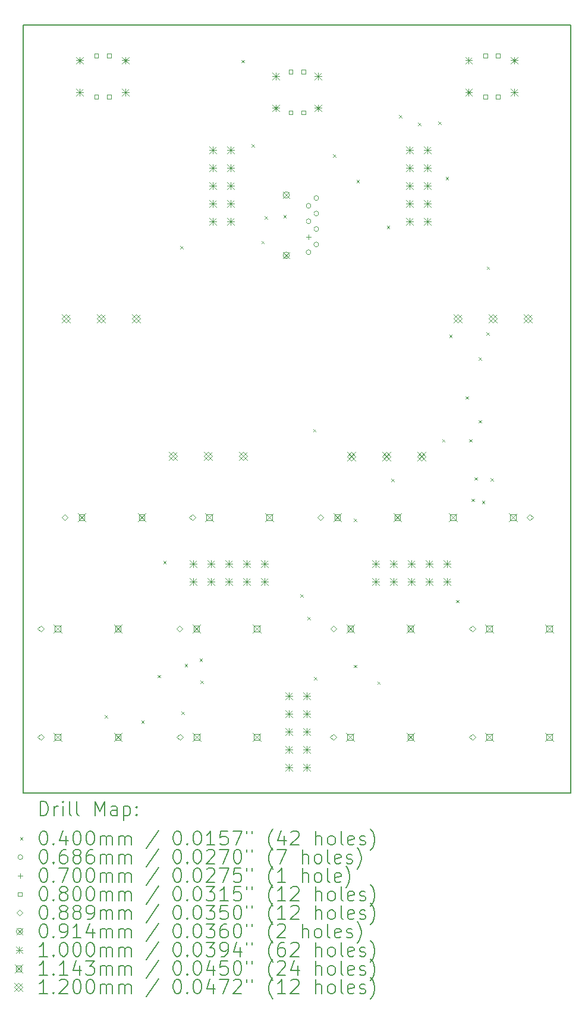
<source format=gbr>
%TF.GenerationSoftware,KiCad,Pcbnew,7.0.1-0*%
%TF.CreationDate,2023-03-29T13:01:18-07:00*%
%TF.ProjectId,Kit-Trig-Sampler,4b69742d-5472-4696-972d-53616d706c65,rev?*%
%TF.SameCoordinates,PXb71b00PY73f50f0*%
%TF.FileFunction,Drillmap*%
%TF.FilePolarity,Positive*%
%FSLAX45Y45*%
G04 Gerber Fmt 4.5, Leading zero omitted, Abs format (unit mm)*
G04 Created by KiCad (PCBNEW 7.0.1-0) date 2023-03-29 13:01:18*
%MOMM*%
%LPD*%
G01*
G04 APERTURE LIST*
%ADD10C,0.150000*%
%ADD11C,0.200000*%
%ADD12C,0.040000*%
%ADD13C,0.068580*%
%ADD14C,0.069977*%
%ADD15C,0.080000*%
%ADD16C,0.088900*%
%ADD17C,0.091440*%
%ADD18C,0.100000*%
%ADD19C,0.114300*%
%ADD20C,0.120000*%
G04 APERTURE END LIST*
D10*
X7798900Y-5380D02*
X7798900Y10916620D01*
X1100Y-5380D02*
X7798900Y-5380D01*
X1100Y10916620D02*
X7798900Y10916620D01*
X1100Y-5380D02*
X1100Y10916620D01*
D11*
D12*
X1158000Y1102000D02*
X1198000Y1062000D01*
X1198000Y1102000D02*
X1158000Y1062000D01*
X1680000Y1029000D02*
X1720000Y989000D01*
X1720000Y1029000D02*
X1680000Y989000D01*
X1913000Y1674000D02*
X1953000Y1634000D01*
X1953000Y1674000D02*
X1913000Y1634000D01*
X1994000Y3296000D02*
X2034000Y3256000D01*
X2034000Y3296000D02*
X1994000Y3256000D01*
X2235000Y7772000D02*
X2275000Y7732000D01*
X2275000Y7772000D02*
X2235000Y7732000D01*
X2253000Y1155000D02*
X2293000Y1115000D01*
X2293000Y1155000D02*
X2253000Y1115000D01*
X2299000Y1830000D02*
X2339000Y1790000D01*
X2339000Y1830000D02*
X2299000Y1790000D01*
X2511000Y1906000D02*
X2551000Y1866000D01*
X2551000Y1906000D02*
X2511000Y1866000D01*
X2521000Y1592000D02*
X2561000Y1552000D01*
X2561000Y1592000D02*
X2521000Y1552000D01*
X3106000Y10419550D02*
X3146000Y10379550D01*
X3146000Y10419550D02*
X3106000Y10379550D01*
X3249000Y9220550D02*
X3289000Y9180550D01*
X3289000Y9220550D02*
X3249000Y9180550D01*
X3391000Y7847000D02*
X3431000Y7807000D01*
X3431000Y7847000D02*
X3391000Y7807000D01*
X3435000Y8200000D02*
X3475000Y8160000D01*
X3475000Y8200000D02*
X3435000Y8160000D01*
X3704000Y8215000D02*
X3744000Y8175000D01*
X3744000Y8215000D02*
X3704000Y8175000D01*
X3948000Y2820000D02*
X3988000Y2780000D01*
X3988000Y2820000D02*
X3948000Y2780000D01*
X4046000Y2500000D02*
X4086000Y2460000D01*
X4086000Y2500000D02*
X4046000Y2460000D01*
X4128000Y5172000D02*
X4168000Y5132000D01*
X4168000Y5172000D02*
X4128000Y5132000D01*
X4139000Y1644000D02*
X4179000Y1604000D01*
X4179000Y1644000D02*
X4139000Y1604000D01*
X4414000Y9081000D02*
X4454000Y9041000D01*
X4454000Y9081000D02*
X4414000Y9041000D01*
X4705000Y1818000D02*
X4745000Y1778000D01*
X4745000Y1818000D02*
X4705000Y1778000D01*
X4708000Y3898000D02*
X4748000Y3858000D01*
X4748000Y3898000D02*
X4708000Y3858000D01*
X4745000Y8712000D02*
X4785000Y8672000D01*
X4785000Y8712000D02*
X4745000Y8672000D01*
X5043000Y1582000D02*
X5083000Y1542000D01*
X5083000Y1582000D02*
X5043000Y1542000D01*
X5177000Y8060000D02*
X5217000Y8020000D01*
X5217000Y8060000D02*
X5177000Y8020000D01*
X5240000Y4461000D02*
X5280000Y4421000D01*
X5280000Y4461000D02*
X5240000Y4421000D01*
X5352000Y9637000D02*
X5392000Y9597000D01*
X5392000Y9637000D02*
X5352000Y9597000D01*
X5624000Y9529000D02*
X5664000Y9489000D01*
X5664000Y9529000D02*
X5624000Y9489000D01*
X5912000Y9542000D02*
X5952000Y9502000D01*
X5952000Y9542000D02*
X5912000Y9502000D01*
X5965000Y5027000D02*
X6005000Y4987000D01*
X6005000Y5027000D02*
X5965000Y4987000D01*
X6015000Y8759000D02*
X6055000Y8719000D01*
X6055000Y8759000D02*
X6015000Y8719000D01*
X6065770Y6512230D02*
X6105770Y6472230D01*
X6105770Y6512230D02*
X6065770Y6472230D01*
X6162000Y2741000D02*
X6202000Y2701000D01*
X6202000Y2741000D02*
X6162000Y2701000D01*
X6298000Y5637000D02*
X6338000Y5597000D01*
X6338000Y5637000D02*
X6298000Y5597000D01*
X6351000Y5026000D02*
X6391000Y4986000D01*
X6391000Y5026000D02*
X6351000Y4986000D01*
X6384000Y4181000D02*
X6424000Y4141000D01*
X6424000Y4181000D02*
X6384000Y4141000D01*
X6425000Y4484000D02*
X6465000Y4444000D01*
X6465000Y4484000D02*
X6425000Y4444000D01*
X6483000Y6193000D02*
X6523000Y6153000D01*
X6523000Y6193000D02*
X6483000Y6153000D01*
X6483000Y5297000D02*
X6523000Y5257000D01*
X6523000Y5297000D02*
X6483000Y5257000D01*
X6532560Y4150440D02*
X6572560Y4110440D01*
X6572560Y4150440D02*
X6532560Y4110440D01*
X6595000Y6549000D02*
X6635000Y6509000D01*
X6635000Y6549000D02*
X6595000Y6509000D01*
X6601000Y7482000D02*
X6641000Y7442000D01*
X6641000Y7482000D02*
X6601000Y7442000D01*
X6655000Y4474000D02*
X6695000Y4434000D01*
X6695000Y4474000D02*
X6655000Y4434000D01*
D13*
X4097290Y8344993D02*
G75*
G03*
X4097290Y8344993I-34290J0D01*
G01*
X4097290Y8125004D02*
G75*
G03*
X4097290Y8125004I-34290J0D01*
G01*
X4097290Y7685025D02*
G75*
G03*
X4097290Y7685025I-34290J0D01*
G01*
X4207272Y8454975D02*
G75*
G03*
X4207272Y8454975I-34290J0D01*
G01*
X4207272Y8234986D02*
G75*
G03*
X4207272Y8234986I-34290J0D01*
G01*
X4207272Y8014996D02*
G75*
G03*
X4207272Y8014996I-34290J0D01*
G01*
X4207272Y7795007D02*
G75*
G03*
X4207272Y7795007I-34290J0D01*
G01*
D14*
X4063000Y7940003D02*
X4063000Y7870026D01*
X4028011Y7905014D02*
X4097988Y7905014D01*
D15*
X1068285Y10449992D02*
X1068285Y10506561D01*
X1011715Y10506561D01*
X1011715Y10449992D01*
X1068285Y10449992D01*
X1068285Y9869992D02*
X1068285Y9926561D01*
X1011715Y9926561D01*
X1011715Y9869992D01*
X1068285Y9869992D01*
X1248285Y10449992D02*
X1248285Y10506561D01*
X1191716Y10506561D01*
X1191716Y10449992D01*
X1248285Y10449992D01*
X1248285Y9869992D02*
X1248285Y9926561D01*
X1191716Y9926561D01*
X1191716Y9869992D01*
X1248285Y9869992D01*
X3838284Y10222492D02*
X3838284Y10279061D01*
X3781715Y10279061D01*
X3781715Y10222492D01*
X3838284Y10222492D01*
X3838284Y9642492D02*
X3838284Y9699061D01*
X3781715Y9699061D01*
X3781715Y9642492D01*
X3838284Y9642492D01*
X4018284Y10222492D02*
X4018284Y10279061D01*
X3961715Y10279061D01*
X3961715Y10222492D01*
X4018284Y10222492D01*
X4018284Y9642492D02*
X4018284Y9699061D01*
X3961715Y9699061D01*
X3961715Y9642492D01*
X4018284Y9642492D01*
X6608284Y10449992D02*
X6608284Y10506561D01*
X6551715Y10506561D01*
X6551715Y10449992D01*
X6608284Y10449992D01*
X6608284Y9869992D02*
X6608284Y9926561D01*
X6551715Y9926561D01*
X6551715Y9869992D01*
X6608284Y9869992D01*
X6788284Y10449992D02*
X6788284Y10506561D01*
X6731715Y10506561D01*
X6731715Y10449992D01*
X6788284Y10449992D01*
X6788284Y9869992D02*
X6788284Y9926561D01*
X6731715Y9926561D01*
X6731715Y9869992D01*
X6788284Y9869992D01*
D16*
X250920Y2288826D02*
X295370Y2333276D01*
X250920Y2377726D01*
X206470Y2333276D01*
X250920Y2288826D01*
X250920Y746326D02*
X295370Y790776D01*
X250920Y835226D01*
X206470Y790776D01*
X250920Y746326D01*
X590920Y3868826D02*
X635370Y3913276D01*
X590920Y3957726D01*
X546470Y3913276D01*
X590920Y3868826D01*
X2227720Y2288826D02*
X2272170Y2333276D01*
X2227720Y2377726D01*
X2183270Y2333276D01*
X2227720Y2288826D01*
X2230420Y746326D02*
X2274870Y790776D01*
X2230420Y835226D01*
X2185970Y790776D01*
X2230420Y746326D01*
X2408420Y3868826D02*
X2452870Y3913276D01*
X2408420Y3957726D01*
X2363970Y3913276D01*
X2408420Y3868826D01*
X4230920Y3868826D02*
X4275370Y3913276D01*
X4230920Y3957726D01*
X4186470Y3913276D01*
X4230920Y3868826D01*
X4416420Y746326D02*
X4460870Y790776D01*
X4416420Y835226D01*
X4371970Y790776D01*
X4416420Y746326D01*
X4419120Y2288826D02*
X4463570Y2333276D01*
X4419120Y2377726D01*
X4374670Y2333276D01*
X4419120Y2288826D01*
X6395920Y2288826D02*
X6440370Y2333276D01*
X6395920Y2377726D01*
X6351470Y2333276D01*
X6395920Y2288826D01*
X6395920Y746326D02*
X6440370Y790776D01*
X6395920Y835226D01*
X6351470Y790776D01*
X6395920Y746326D01*
X7216580Y3868826D02*
X7261030Y3913276D01*
X7216580Y3957726D01*
X7172130Y3913276D01*
X7216580Y3868826D01*
D17*
X3700288Y8544980D02*
X3791728Y8453540D01*
X3791728Y8544980D02*
X3700288Y8453540D01*
X3791728Y8499260D02*
G75*
G03*
X3791728Y8499260I-45720J0D01*
G01*
X3700288Y7686460D02*
X3791728Y7595020D01*
X3791728Y7686460D02*
X3700288Y7595020D01*
X3791728Y7640740D02*
G75*
G03*
X3791728Y7640740I-45720J0D01*
G01*
D18*
X755000Y10463276D02*
X855000Y10363276D01*
X855000Y10463276D02*
X755000Y10363276D01*
X805000Y10463276D02*
X805000Y10363276D01*
X755000Y10413276D02*
X855000Y10413276D01*
X755000Y10013276D02*
X855000Y9913276D01*
X855000Y10013276D02*
X755000Y9913276D01*
X805000Y10013276D02*
X805000Y9913276D01*
X755000Y9963276D02*
X855000Y9963276D01*
X1405000Y10463276D02*
X1505000Y10363276D01*
X1505000Y10463276D02*
X1405000Y10363276D01*
X1455000Y10463276D02*
X1455000Y10363276D01*
X1405000Y10413276D02*
X1505000Y10413276D01*
X1405000Y10013276D02*
X1505000Y9913276D01*
X1505000Y10013276D02*
X1405000Y9913276D01*
X1455000Y10013276D02*
X1455000Y9913276D01*
X1405000Y9963276D02*
X1505000Y9963276D01*
X2369198Y3306620D02*
X2469198Y3206620D01*
X2469198Y3306620D02*
X2369198Y3206620D01*
X2419198Y3306620D02*
X2419198Y3206620D01*
X2369198Y3256620D02*
X2469198Y3256620D01*
X2369198Y3052620D02*
X2469198Y2952620D01*
X2469198Y3052620D02*
X2369198Y2952620D01*
X2419198Y3052620D02*
X2419198Y2952620D01*
X2369198Y3002620D02*
X2469198Y3002620D01*
X2623198Y3306620D02*
X2723198Y3206620D01*
X2723198Y3306620D02*
X2623198Y3206620D01*
X2673198Y3306620D02*
X2673198Y3206620D01*
X2623198Y3256620D02*
X2723198Y3256620D01*
X2623198Y3052620D02*
X2723198Y2952620D01*
X2723198Y3052620D02*
X2623198Y2952620D01*
X2673198Y3052620D02*
X2673198Y2952620D01*
X2623198Y3002620D02*
X2723198Y3002620D01*
X2650198Y9187619D02*
X2750198Y9087619D01*
X2750198Y9187619D02*
X2650198Y9087619D01*
X2700198Y9187619D02*
X2700198Y9087619D01*
X2650198Y9137619D02*
X2750198Y9137619D01*
X2650198Y8933619D02*
X2750198Y8833619D01*
X2750198Y8933619D02*
X2650198Y8833619D01*
X2700198Y8933619D02*
X2700198Y8833619D01*
X2650198Y8883619D02*
X2750198Y8883619D01*
X2650198Y8679619D02*
X2750198Y8579619D01*
X2750198Y8679619D02*
X2650198Y8579619D01*
X2700198Y8679619D02*
X2700198Y8579619D01*
X2650198Y8629619D02*
X2750198Y8629619D01*
X2650198Y8425619D02*
X2750198Y8325619D01*
X2750198Y8425619D02*
X2650198Y8325619D01*
X2700198Y8425619D02*
X2700198Y8325619D01*
X2650198Y8375619D02*
X2750198Y8375619D01*
X2650198Y8171619D02*
X2750198Y8071619D01*
X2750198Y8171619D02*
X2650198Y8071619D01*
X2700198Y8171619D02*
X2700198Y8071619D01*
X2650198Y8121619D02*
X2750198Y8121619D01*
X2877198Y3306620D02*
X2977198Y3206620D01*
X2977198Y3306620D02*
X2877198Y3206620D01*
X2927198Y3306620D02*
X2927198Y3206620D01*
X2877198Y3256620D02*
X2977198Y3256620D01*
X2877198Y3052620D02*
X2977198Y2952620D01*
X2977198Y3052620D02*
X2877198Y2952620D01*
X2927198Y3052620D02*
X2927198Y2952620D01*
X2877198Y3002620D02*
X2977198Y3002620D01*
X2904198Y9187619D02*
X3004198Y9087619D01*
X3004198Y9187619D02*
X2904198Y9087619D01*
X2954198Y9187619D02*
X2954198Y9087619D01*
X2904198Y9137619D02*
X3004198Y9137619D01*
X2904198Y8933619D02*
X3004198Y8833619D01*
X3004198Y8933619D02*
X2904198Y8833619D01*
X2954198Y8933619D02*
X2954198Y8833619D01*
X2904198Y8883619D02*
X3004198Y8883619D01*
X2904198Y8679619D02*
X3004198Y8579619D01*
X3004198Y8679619D02*
X2904198Y8579619D01*
X2954198Y8679619D02*
X2954198Y8579619D01*
X2904198Y8629619D02*
X3004198Y8629619D01*
X2904198Y8425619D02*
X3004198Y8325619D01*
X3004198Y8425619D02*
X2904198Y8325619D01*
X2954198Y8425619D02*
X2954198Y8325619D01*
X2904198Y8375619D02*
X3004198Y8375619D01*
X2904198Y8171619D02*
X3004198Y8071619D01*
X3004198Y8171619D02*
X2904198Y8071619D01*
X2954198Y8171619D02*
X2954198Y8071619D01*
X2904198Y8121619D02*
X3004198Y8121619D01*
X3131198Y3306620D02*
X3231198Y3206620D01*
X3231198Y3306620D02*
X3131198Y3206620D01*
X3181198Y3306620D02*
X3181198Y3206620D01*
X3131198Y3256620D02*
X3231198Y3256620D01*
X3131198Y3052620D02*
X3231198Y2952620D01*
X3231198Y3052620D02*
X3131198Y2952620D01*
X3181198Y3052620D02*
X3181198Y2952620D01*
X3131198Y3002620D02*
X3231198Y3002620D01*
X3385198Y3306620D02*
X3485198Y3206620D01*
X3485198Y3306620D02*
X3385198Y3206620D01*
X3435198Y3306620D02*
X3435198Y3206620D01*
X3385198Y3256620D02*
X3485198Y3256620D01*
X3385198Y3052620D02*
X3485198Y2952620D01*
X3485198Y3052620D02*
X3385198Y2952620D01*
X3435198Y3052620D02*
X3435198Y2952620D01*
X3385198Y3002620D02*
X3485198Y3002620D01*
X3550400Y10235776D02*
X3650400Y10135776D01*
X3650400Y10235776D02*
X3550400Y10135776D01*
X3600400Y10235776D02*
X3600400Y10135776D01*
X3550400Y10185776D02*
X3650400Y10185776D01*
X3550400Y9785776D02*
X3650400Y9685776D01*
X3650400Y9785776D02*
X3550400Y9685776D01*
X3600400Y9785776D02*
X3600400Y9685776D01*
X3550400Y9735776D02*
X3650400Y9735776D01*
X3733000Y1427000D02*
X3833000Y1327000D01*
X3833000Y1427000D02*
X3733000Y1327000D01*
X3783000Y1427000D02*
X3783000Y1327000D01*
X3733000Y1377000D02*
X3833000Y1377000D01*
X3733000Y1173000D02*
X3833000Y1073000D01*
X3833000Y1173000D02*
X3733000Y1073000D01*
X3783000Y1173000D02*
X3783000Y1073000D01*
X3733000Y1123000D02*
X3833000Y1123000D01*
X3733000Y919000D02*
X3833000Y819000D01*
X3833000Y919000D02*
X3733000Y819000D01*
X3783000Y919000D02*
X3783000Y819000D01*
X3733000Y869000D02*
X3833000Y869000D01*
X3733000Y665000D02*
X3833000Y565000D01*
X3833000Y665000D02*
X3733000Y565000D01*
X3783000Y665000D02*
X3783000Y565000D01*
X3733000Y615000D02*
X3833000Y615000D01*
X3733000Y411000D02*
X3833000Y311000D01*
X3833000Y411000D02*
X3733000Y311000D01*
X3783000Y411000D02*
X3783000Y311000D01*
X3733000Y361000D02*
X3833000Y361000D01*
X3987000Y1427000D02*
X4087000Y1327000D01*
X4087000Y1427000D02*
X3987000Y1327000D01*
X4037000Y1427000D02*
X4037000Y1327000D01*
X3987000Y1377000D02*
X4087000Y1377000D01*
X3987000Y1173000D02*
X4087000Y1073000D01*
X4087000Y1173000D02*
X3987000Y1073000D01*
X4037000Y1173000D02*
X4037000Y1073000D01*
X3987000Y1123000D02*
X4087000Y1123000D01*
X3987000Y919000D02*
X4087000Y819000D01*
X4087000Y919000D02*
X3987000Y819000D01*
X4037000Y919000D02*
X4037000Y819000D01*
X3987000Y869000D02*
X4087000Y869000D01*
X3987000Y665000D02*
X4087000Y565000D01*
X4087000Y665000D02*
X3987000Y565000D01*
X4037000Y665000D02*
X4037000Y565000D01*
X3987000Y615000D02*
X4087000Y615000D01*
X3987000Y411000D02*
X4087000Y311000D01*
X4087000Y411000D02*
X3987000Y311000D01*
X4037000Y411000D02*
X4037000Y311000D01*
X3987000Y361000D02*
X4087000Y361000D01*
X4149600Y10235776D02*
X4249600Y10135776D01*
X4249600Y10235776D02*
X4149600Y10135776D01*
X4199600Y10235776D02*
X4199600Y10135776D01*
X4149600Y10185776D02*
X4249600Y10185776D01*
X4149600Y9785776D02*
X4249600Y9685776D01*
X4249600Y9785776D02*
X4149600Y9685776D01*
X4199600Y9785776D02*
X4199600Y9685776D01*
X4149600Y9735776D02*
X4249600Y9735776D01*
X4969200Y3306620D02*
X5069200Y3206620D01*
X5069200Y3306620D02*
X4969200Y3206620D01*
X5019200Y3306620D02*
X5019200Y3206620D01*
X4969200Y3256620D02*
X5069200Y3256620D01*
X4969200Y3052620D02*
X5069200Y2952620D01*
X5069200Y3052620D02*
X4969200Y2952620D01*
X5019200Y3052620D02*
X5019200Y2952620D01*
X4969200Y3002620D02*
X5069200Y3002620D01*
X5223200Y3306620D02*
X5323200Y3206620D01*
X5323200Y3306620D02*
X5223200Y3206620D01*
X5273200Y3306620D02*
X5273200Y3206620D01*
X5223200Y3256620D02*
X5323200Y3256620D01*
X5223200Y3052620D02*
X5323200Y2952620D01*
X5323200Y3052620D02*
X5223200Y2952620D01*
X5273200Y3052620D02*
X5273200Y2952620D01*
X5223200Y3002620D02*
X5323200Y3002620D01*
X5450200Y9187619D02*
X5550200Y9087619D01*
X5550200Y9187619D02*
X5450200Y9087619D01*
X5500200Y9187619D02*
X5500200Y9087619D01*
X5450200Y9137619D02*
X5550200Y9137619D01*
X5450200Y8933619D02*
X5550200Y8833619D01*
X5550200Y8933619D02*
X5450200Y8833619D01*
X5500200Y8933619D02*
X5500200Y8833619D01*
X5450200Y8883619D02*
X5550200Y8883619D01*
X5450200Y8679619D02*
X5550200Y8579619D01*
X5550200Y8679619D02*
X5450200Y8579619D01*
X5500200Y8679619D02*
X5500200Y8579619D01*
X5450200Y8629619D02*
X5550200Y8629619D01*
X5450200Y8425619D02*
X5550200Y8325619D01*
X5550200Y8425619D02*
X5450200Y8325619D01*
X5500200Y8425619D02*
X5500200Y8325619D01*
X5450200Y8375619D02*
X5550200Y8375619D01*
X5450200Y8171619D02*
X5550200Y8071619D01*
X5550200Y8171619D02*
X5450200Y8071619D01*
X5500200Y8171619D02*
X5500200Y8071619D01*
X5450200Y8121619D02*
X5550200Y8121619D01*
X5477200Y3306620D02*
X5577200Y3206620D01*
X5577200Y3306620D02*
X5477200Y3206620D01*
X5527200Y3306620D02*
X5527200Y3206620D01*
X5477200Y3256620D02*
X5577200Y3256620D01*
X5477200Y3052620D02*
X5577200Y2952620D01*
X5577200Y3052620D02*
X5477200Y2952620D01*
X5527200Y3052620D02*
X5527200Y2952620D01*
X5477200Y3002620D02*
X5577200Y3002620D01*
X5704200Y9187619D02*
X5804200Y9087619D01*
X5804200Y9187619D02*
X5704200Y9087619D01*
X5754200Y9187619D02*
X5754200Y9087619D01*
X5704200Y9137619D02*
X5804200Y9137619D01*
X5704200Y8933619D02*
X5804200Y8833619D01*
X5804200Y8933619D02*
X5704200Y8833619D01*
X5754200Y8933619D02*
X5754200Y8833619D01*
X5704200Y8883619D02*
X5804200Y8883619D01*
X5704200Y8679619D02*
X5804200Y8579619D01*
X5804200Y8679619D02*
X5704200Y8579619D01*
X5754200Y8679619D02*
X5754200Y8579619D01*
X5704200Y8629619D02*
X5804200Y8629619D01*
X5704200Y8425619D02*
X5804200Y8325619D01*
X5804200Y8425619D02*
X5704200Y8325619D01*
X5754200Y8425619D02*
X5754200Y8325619D01*
X5704200Y8375619D02*
X5804200Y8375619D01*
X5704200Y8171619D02*
X5804200Y8071619D01*
X5804200Y8171619D02*
X5704200Y8071619D01*
X5754200Y8171619D02*
X5754200Y8071619D01*
X5704200Y8121619D02*
X5804200Y8121619D01*
X5731200Y3306620D02*
X5831200Y3206620D01*
X5831200Y3306620D02*
X5731200Y3206620D01*
X5781200Y3306620D02*
X5781200Y3206620D01*
X5731200Y3256620D02*
X5831200Y3256620D01*
X5731200Y3052620D02*
X5831200Y2952620D01*
X5831200Y3052620D02*
X5731200Y2952620D01*
X5781200Y3052620D02*
X5781200Y2952620D01*
X5731200Y3002620D02*
X5831200Y3002620D01*
X5985200Y3306620D02*
X6085200Y3206620D01*
X6085200Y3306620D02*
X5985200Y3206620D01*
X6035200Y3306620D02*
X6035200Y3206620D01*
X5985200Y3256620D02*
X6085200Y3256620D01*
X5985200Y3052620D02*
X6085200Y2952620D01*
X6085200Y3052620D02*
X5985200Y2952620D01*
X6035200Y3052620D02*
X6035200Y2952620D01*
X5985200Y3002620D02*
X6085200Y3002620D01*
X6295000Y10463276D02*
X6395000Y10363276D01*
X6395000Y10463276D02*
X6295000Y10363276D01*
X6345000Y10463276D02*
X6345000Y10363276D01*
X6295000Y10413276D02*
X6395000Y10413276D01*
X6295000Y10013276D02*
X6395000Y9913276D01*
X6395000Y10013276D02*
X6295000Y9913276D01*
X6345000Y10013276D02*
X6345000Y9913276D01*
X6295000Y9963276D02*
X6395000Y9963276D01*
X6945000Y10463276D02*
X7045000Y10363276D01*
X7045000Y10463276D02*
X6945000Y10363276D01*
X6995000Y10463276D02*
X6995000Y10363276D01*
X6945000Y10413276D02*
X7045000Y10413276D01*
X6945000Y10013276D02*
X7045000Y9913276D01*
X7045000Y10013276D02*
X6945000Y9913276D01*
X6995000Y10013276D02*
X6995000Y9913276D01*
X6945000Y9963276D02*
X7045000Y9963276D01*
D19*
X435070Y2390426D02*
X549370Y2276126D01*
X549370Y2390426D02*
X435070Y2276126D01*
X532632Y2292865D02*
X532632Y2373688D01*
X451808Y2373688D01*
X451808Y2292865D01*
X532632Y2292865D01*
X435070Y847926D02*
X549370Y733626D01*
X549370Y847926D02*
X435070Y733626D01*
X532632Y750365D02*
X532632Y831188D01*
X451808Y831188D01*
X451808Y750365D01*
X532632Y750365D01*
X775070Y3970426D02*
X889370Y3856126D01*
X889370Y3970426D02*
X775070Y3856126D01*
X872631Y3872865D02*
X872631Y3953688D01*
X791808Y3953688D01*
X791808Y3872865D01*
X872631Y3872865D01*
X1291050Y2390426D02*
X1405350Y2276126D01*
X1405350Y2390426D02*
X1291050Y2276126D01*
X1388612Y2292865D02*
X1388612Y2373688D01*
X1307789Y2373688D01*
X1307789Y2292865D01*
X1388612Y2292865D01*
X1291050Y847926D02*
X1405350Y733626D01*
X1405350Y847926D02*
X1291050Y733626D01*
X1388612Y750365D02*
X1388612Y831188D01*
X1307789Y831188D01*
X1307789Y750365D01*
X1388612Y750365D01*
X1631050Y3970426D02*
X1745350Y3856126D01*
X1745350Y3970426D02*
X1631050Y3856126D01*
X1728611Y3872865D02*
X1728611Y3953688D01*
X1647788Y3953688D01*
X1647788Y3872865D01*
X1728611Y3872865D01*
X2411870Y2390426D02*
X2526170Y2276126D01*
X2526170Y2390426D02*
X2411870Y2276126D01*
X2509432Y2292865D02*
X2509432Y2373688D01*
X2428609Y2373688D01*
X2428609Y2292865D01*
X2509432Y2292865D01*
X2414570Y847926D02*
X2528870Y733626D01*
X2528870Y847926D02*
X2414570Y733626D01*
X2512132Y750365D02*
X2512132Y831188D01*
X2431309Y831188D01*
X2431309Y750365D01*
X2512132Y750365D01*
X2592570Y3970426D02*
X2706870Y3856126D01*
X2706870Y3970426D02*
X2592570Y3856126D01*
X2690132Y3872865D02*
X2690132Y3953688D01*
X2609309Y3953688D01*
X2609309Y3872865D01*
X2690132Y3872865D01*
X3267850Y2390426D02*
X3382150Y2276126D01*
X3382150Y2390426D02*
X3267850Y2276126D01*
X3365411Y2292865D02*
X3365411Y2373688D01*
X3284588Y2373688D01*
X3284588Y2292865D01*
X3365411Y2292865D01*
X3270550Y847926D02*
X3384850Y733626D01*
X3384850Y847926D02*
X3270550Y733626D01*
X3368111Y750365D02*
X3368111Y831188D01*
X3287288Y831188D01*
X3287288Y750365D01*
X3368111Y750365D01*
X3448550Y3970426D02*
X3562850Y3856126D01*
X3562850Y3970426D02*
X3448550Y3856126D01*
X3546111Y3872865D02*
X3546111Y3953688D01*
X3465288Y3953688D01*
X3465288Y3872865D01*
X3546111Y3872865D01*
X4415070Y3970426D02*
X4529370Y3856126D01*
X4529370Y3970426D02*
X4415070Y3856126D01*
X4512632Y3872865D02*
X4512632Y3953688D01*
X4431809Y3953688D01*
X4431809Y3872865D01*
X4512632Y3872865D01*
X4600570Y847926D02*
X4714870Y733626D01*
X4714870Y847926D02*
X4600570Y733626D01*
X4698132Y750365D02*
X4698132Y831188D01*
X4617309Y831188D01*
X4617309Y750365D01*
X4698132Y750365D01*
X4603270Y2390426D02*
X4717570Y2276126D01*
X4717570Y2390426D02*
X4603270Y2276126D01*
X4700832Y2292865D02*
X4700832Y2373688D01*
X4620009Y2373688D01*
X4620009Y2292865D01*
X4700832Y2292865D01*
X5271050Y3970426D02*
X5385350Y3856126D01*
X5385350Y3970426D02*
X5271050Y3856126D01*
X5368612Y3872865D02*
X5368612Y3953688D01*
X5287789Y3953688D01*
X5287789Y3872865D01*
X5368612Y3872865D01*
X5456550Y847926D02*
X5570850Y733626D01*
X5570850Y847926D02*
X5456550Y733626D01*
X5554112Y750365D02*
X5554112Y831188D01*
X5473289Y831188D01*
X5473289Y750365D01*
X5554112Y750365D01*
X5459250Y2390426D02*
X5573550Y2276126D01*
X5573550Y2390426D02*
X5459250Y2276126D01*
X5556812Y2292865D02*
X5556812Y2373688D01*
X5475989Y2373688D01*
X5475989Y2292865D01*
X5556812Y2292865D01*
X6062150Y3970426D02*
X6176450Y3856126D01*
X6176450Y3970426D02*
X6062150Y3856126D01*
X6159711Y3872865D02*
X6159711Y3953688D01*
X6078888Y3953688D01*
X6078888Y3872865D01*
X6159711Y3872865D01*
X6580070Y2390426D02*
X6694370Y2276126D01*
X6694370Y2390426D02*
X6580070Y2276126D01*
X6677631Y2292865D02*
X6677631Y2373688D01*
X6596808Y2373688D01*
X6596808Y2292865D01*
X6677631Y2292865D01*
X6580070Y847926D02*
X6694370Y733626D01*
X6694370Y847926D02*
X6580070Y733626D01*
X6677631Y750365D02*
X6677631Y831188D01*
X6596808Y831188D01*
X6596808Y750365D01*
X6677631Y750365D01*
X6918130Y3970426D02*
X7032430Y3856126D01*
X7032430Y3970426D02*
X6918130Y3856126D01*
X7015691Y3872865D02*
X7015691Y3953688D01*
X6934868Y3953688D01*
X6934868Y3872865D01*
X7015691Y3872865D01*
X7436050Y2390426D02*
X7550350Y2276126D01*
X7550350Y2390426D02*
X7436050Y2276126D01*
X7533611Y2292865D02*
X7533611Y2373688D01*
X7452788Y2373688D01*
X7452788Y2292865D01*
X7533611Y2292865D01*
X7436050Y847926D02*
X7550350Y733626D01*
X7550350Y847926D02*
X7436050Y733626D01*
X7533611Y750365D02*
X7533611Y831188D01*
X7452788Y831188D01*
X7452788Y750365D01*
X7533611Y750365D01*
D20*
X550000Y6805376D02*
X670000Y6685376D01*
X670000Y6805376D02*
X550000Y6685376D01*
X610000Y6685376D02*
X670000Y6745376D01*
X610000Y6805376D01*
X550000Y6745376D01*
X610000Y6685376D01*
X1050000Y6805376D02*
X1170000Y6685376D01*
X1170000Y6805376D02*
X1050000Y6685376D01*
X1110000Y6685376D02*
X1170000Y6745376D01*
X1110000Y6805376D01*
X1050000Y6745376D01*
X1110000Y6685376D01*
X1550000Y6805376D02*
X1670000Y6685376D01*
X1670000Y6805376D02*
X1550000Y6685376D01*
X1610000Y6685376D02*
X1670000Y6745376D01*
X1610000Y6805376D01*
X1550000Y6745376D01*
X1610000Y6685376D01*
X2070000Y4846600D02*
X2190000Y4726600D01*
X2190000Y4846600D02*
X2070000Y4726600D01*
X2130000Y4726600D02*
X2190000Y4786600D01*
X2130000Y4846600D01*
X2070000Y4786600D01*
X2130000Y4726600D01*
X2570000Y4846600D02*
X2690000Y4726600D01*
X2690000Y4846600D02*
X2570000Y4726600D01*
X2630000Y4726600D02*
X2690000Y4786600D01*
X2630000Y4846600D01*
X2570000Y4786600D01*
X2630000Y4726600D01*
X3070000Y4846600D02*
X3190000Y4726600D01*
X3190000Y4846600D02*
X3070000Y4726600D01*
X3130000Y4726600D02*
X3190000Y4786600D01*
X3130000Y4846600D01*
X3070000Y4786600D01*
X3130000Y4726600D01*
X4610000Y4842168D02*
X4730000Y4722168D01*
X4730000Y4842168D02*
X4610000Y4722168D01*
X4670000Y4722168D02*
X4730000Y4782168D01*
X4670000Y4842168D01*
X4610000Y4782168D01*
X4670000Y4722168D01*
X5110000Y4842168D02*
X5230000Y4722168D01*
X5230000Y4842168D02*
X5110000Y4722168D01*
X5170000Y4722168D02*
X5230000Y4782168D01*
X5170000Y4842168D01*
X5110000Y4782168D01*
X5170000Y4722168D01*
X5610000Y4842168D02*
X5730000Y4722168D01*
X5730000Y4842168D02*
X5610000Y4722168D01*
X5670000Y4722168D02*
X5730000Y4782168D01*
X5670000Y4842168D01*
X5610000Y4782168D01*
X5670000Y4722168D01*
X6130000Y6805376D02*
X6250000Y6685376D01*
X6250000Y6805376D02*
X6130000Y6685376D01*
X6190000Y6685376D02*
X6250000Y6745376D01*
X6190000Y6805376D01*
X6130000Y6745376D01*
X6190000Y6685376D01*
X6630000Y6805376D02*
X6750000Y6685376D01*
X6750000Y6805376D02*
X6630000Y6685376D01*
X6690000Y6685376D02*
X6750000Y6745376D01*
X6690000Y6805376D01*
X6630000Y6745376D01*
X6690000Y6685376D01*
X7130000Y6805376D02*
X7250000Y6685376D01*
X7250000Y6805376D02*
X7130000Y6685376D01*
X7190000Y6685376D02*
X7250000Y6745376D01*
X7190000Y6805376D01*
X7130000Y6745376D01*
X7190000Y6685376D01*
D11*
X241219Y-325404D02*
X241219Y-125404D01*
X241219Y-125404D02*
X288838Y-125404D01*
X288838Y-125404D02*
X317410Y-134928D01*
X317410Y-134928D02*
X336457Y-153975D01*
X336457Y-153975D02*
X345981Y-173023D01*
X345981Y-173023D02*
X355505Y-211118D01*
X355505Y-211118D02*
X355505Y-239689D01*
X355505Y-239689D02*
X345981Y-277785D01*
X345981Y-277785D02*
X336457Y-296832D01*
X336457Y-296832D02*
X317410Y-315880D01*
X317410Y-315880D02*
X288838Y-325404D01*
X288838Y-325404D02*
X241219Y-325404D01*
X441219Y-325404D02*
X441219Y-192070D01*
X441219Y-230166D02*
X450743Y-211118D01*
X450743Y-211118D02*
X460267Y-201594D01*
X460267Y-201594D02*
X479314Y-192070D01*
X479314Y-192070D02*
X498362Y-192070D01*
X565029Y-325404D02*
X565029Y-192070D01*
X565029Y-125404D02*
X555505Y-134928D01*
X555505Y-134928D02*
X565029Y-144451D01*
X565029Y-144451D02*
X574552Y-134928D01*
X574552Y-134928D02*
X565029Y-125404D01*
X565029Y-125404D02*
X565029Y-144451D01*
X688838Y-325404D02*
X669790Y-315880D01*
X669790Y-315880D02*
X660267Y-296832D01*
X660267Y-296832D02*
X660267Y-125404D01*
X793600Y-325404D02*
X774552Y-315880D01*
X774552Y-315880D02*
X765028Y-296832D01*
X765028Y-296832D02*
X765028Y-125404D01*
X1022171Y-325404D02*
X1022171Y-125404D01*
X1022171Y-125404D02*
X1088838Y-268261D01*
X1088838Y-268261D02*
X1155505Y-125404D01*
X1155505Y-125404D02*
X1155505Y-325404D01*
X1336457Y-325404D02*
X1336457Y-220642D01*
X1336457Y-220642D02*
X1326933Y-201594D01*
X1326933Y-201594D02*
X1307886Y-192070D01*
X1307886Y-192070D02*
X1269790Y-192070D01*
X1269790Y-192070D02*
X1250743Y-201594D01*
X1336457Y-315880D02*
X1317410Y-325404D01*
X1317410Y-325404D02*
X1269790Y-325404D01*
X1269790Y-325404D02*
X1250743Y-315880D01*
X1250743Y-315880D02*
X1241219Y-296832D01*
X1241219Y-296832D02*
X1241219Y-277785D01*
X1241219Y-277785D02*
X1250743Y-258737D01*
X1250743Y-258737D02*
X1269790Y-249213D01*
X1269790Y-249213D02*
X1317410Y-249213D01*
X1317410Y-249213D02*
X1336457Y-239689D01*
X1431695Y-192070D02*
X1431695Y-392070D01*
X1431695Y-201594D02*
X1450743Y-192070D01*
X1450743Y-192070D02*
X1488838Y-192070D01*
X1488838Y-192070D02*
X1507886Y-201594D01*
X1507886Y-201594D02*
X1517409Y-211118D01*
X1517409Y-211118D02*
X1526933Y-230166D01*
X1526933Y-230166D02*
X1526933Y-287309D01*
X1526933Y-287309D02*
X1517409Y-306356D01*
X1517409Y-306356D02*
X1507886Y-315880D01*
X1507886Y-315880D02*
X1488838Y-325404D01*
X1488838Y-325404D02*
X1450743Y-325404D01*
X1450743Y-325404D02*
X1431695Y-315880D01*
X1612648Y-306356D02*
X1622171Y-315880D01*
X1622171Y-315880D02*
X1612648Y-325404D01*
X1612648Y-325404D02*
X1603124Y-315880D01*
X1603124Y-315880D02*
X1612648Y-306356D01*
X1612648Y-306356D02*
X1612648Y-325404D01*
X1612648Y-201594D02*
X1622171Y-211118D01*
X1622171Y-211118D02*
X1612648Y-220642D01*
X1612648Y-220642D02*
X1603124Y-211118D01*
X1603124Y-211118D02*
X1612648Y-201594D01*
X1612648Y-201594D02*
X1612648Y-220642D01*
D12*
X-46400Y-632880D02*
X-6400Y-672880D01*
X-6400Y-632880D02*
X-46400Y-672880D01*
D11*
X279314Y-545404D02*
X298362Y-545404D01*
X298362Y-545404D02*
X317410Y-554928D01*
X317410Y-554928D02*
X326933Y-564451D01*
X326933Y-564451D02*
X336457Y-583499D01*
X336457Y-583499D02*
X345981Y-621594D01*
X345981Y-621594D02*
X345981Y-669213D01*
X345981Y-669213D02*
X336457Y-707308D01*
X336457Y-707308D02*
X326933Y-726356D01*
X326933Y-726356D02*
X317410Y-735880D01*
X317410Y-735880D02*
X298362Y-745404D01*
X298362Y-745404D02*
X279314Y-745404D01*
X279314Y-745404D02*
X260267Y-735880D01*
X260267Y-735880D02*
X250743Y-726356D01*
X250743Y-726356D02*
X241219Y-707308D01*
X241219Y-707308D02*
X231695Y-669213D01*
X231695Y-669213D02*
X231695Y-621594D01*
X231695Y-621594D02*
X241219Y-583499D01*
X241219Y-583499D02*
X250743Y-564451D01*
X250743Y-564451D02*
X260267Y-554928D01*
X260267Y-554928D02*
X279314Y-545404D01*
X431695Y-726356D02*
X441219Y-735880D01*
X441219Y-735880D02*
X431695Y-745404D01*
X431695Y-745404D02*
X422171Y-735880D01*
X422171Y-735880D02*
X431695Y-726356D01*
X431695Y-726356D02*
X431695Y-745404D01*
X612648Y-612070D02*
X612648Y-745404D01*
X565029Y-535880D02*
X517409Y-678737D01*
X517409Y-678737D02*
X641219Y-678737D01*
X755505Y-545404D02*
X774552Y-545404D01*
X774552Y-545404D02*
X793600Y-554928D01*
X793600Y-554928D02*
X803124Y-564451D01*
X803124Y-564451D02*
X812648Y-583499D01*
X812648Y-583499D02*
X822171Y-621594D01*
X822171Y-621594D02*
X822171Y-669213D01*
X822171Y-669213D02*
X812648Y-707308D01*
X812648Y-707308D02*
X803124Y-726356D01*
X803124Y-726356D02*
X793600Y-735880D01*
X793600Y-735880D02*
X774552Y-745404D01*
X774552Y-745404D02*
X755505Y-745404D01*
X755505Y-745404D02*
X736457Y-735880D01*
X736457Y-735880D02*
X726933Y-726356D01*
X726933Y-726356D02*
X717409Y-707308D01*
X717409Y-707308D02*
X707886Y-669213D01*
X707886Y-669213D02*
X707886Y-621594D01*
X707886Y-621594D02*
X717409Y-583499D01*
X717409Y-583499D02*
X726933Y-564451D01*
X726933Y-564451D02*
X736457Y-554928D01*
X736457Y-554928D02*
X755505Y-545404D01*
X945981Y-545404D02*
X965029Y-545404D01*
X965029Y-545404D02*
X984076Y-554928D01*
X984076Y-554928D02*
X993600Y-564451D01*
X993600Y-564451D02*
X1003124Y-583499D01*
X1003124Y-583499D02*
X1012648Y-621594D01*
X1012648Y-621594D02*
X1012648Y-669213D01*
X1012648Y-669213D02*
X1003124Y-707308D01*
X1003124Y-707308D02*
X993600Y-726356D01*
X993600Y-726356D02*
X984076Y-735880D01*
X984076Y-735880D02*
X965029Y-745404D01*
X965029Y-745404D02*
X945981Y-745404D01*
X945981Y-745404D02*
X926933Y-735880D01*
X926933Y-735880D02*
X917409Y-726356D01*
X917409Y-726356D02*
X907886Y-707308D01*
X907886Y-707308D02*
X898362Y-669213D01*
X898362Y-669213D02*
X898362Y-621594D01*
X898362Y-621594D02*
X907886Y-583499D01*
X907886Y-583499D02*
X917409Y-564451D01*
X917409Y-564451D02*
X926933Y-554928D01*
X926933Y-554928D02*
X945981Y-545404D01*
X1098362Y-745404D02*
X1098362Y-612070D01*
X1098362Y-631118D02*
X1107886Y-621594D01*
X1107886Y-621594D02*
X1126933Y-612070D01*
X1126933Y-612070D02*
X1155505Y-612070D01*
X1155505Y-612070D02*
X1174552Y-621594D01*
X1174552Y-621594D02*
X1184076Y-640642D01*
X1184076Y-640642D02*
X1184076Y-745404D01*
X1184076Y-640642D02*
X1193600Y-621594D01*
X1193600Y-621594D02*
X1212648Y-612070D01*
X1212648Y-612070D02*
X1241219Y-612070D01*
X1241219Y-612070D02*
X1260267Y-621594D01*
X1260267Y-621594D02*
X1269791Y-640642D01*
X1269791Y-640642D02*
X1269791Y-745404D01*
X1365029Y-745404D02*
X1365029Y-612070D01*
X1365029Y-631118D02*
X1374552Y-621594D01*
X1374552Y-621594D02*
X1393600Y-612070D01*
X1393600Y-612070D02*
X1422171Y-612070D01*
X1422171Y-612070D02*
X1441219Y-621594D01*
X1441219Y-621594D02*
X1450743Y-640642D01*
X1450743Y-640642D02*
X1450743Y-745404D01*
X1450743Y-640642D02*
X1460267Y-621594D01*
X1460267Y-621594D02*
X1479314Y-612070D01*
X1479314Y-612070D02*
X1507886Y-612070D01*
X1507886Y-612070D02*
X1526933Y-621594D01*
X1526933Y-621594D02*
X1536457Y-640642D01*
X1536457Y-640642D02*
X1536457Y-745404D01*
X1926933Y-535880D02*
X1755505Y-793023D01*
X2184076Y-545404D02*
X2203124Y-545404D01*
X2203124Y-545404D02*
X2222172Y-554928D01*
X2222172Y-554928D02*
X2231695Y-564451D01*
X2231695Y-564451D02*
X2241219Y-583499D01*
X2241219Y-583499D02*
X2250743Y-621594D01*
X2250743Y-621594D02*
X2250743Y-669213D01*
X2250743Y-669213D02*
X2241219Y-707308D01*
X2241219Y-707308D02*
X2231695Y-726356D01*
X2231695Y-726356D02*
X2222172Y-735880D01*
X2222172Y-735880D02*
X2203124Y-745404D01*
X2203124Y-745404D02*
X2184076Y-745404D01*
X2184076Y-745404D02*
X2165029Y-735880D01*
X2165029Y-735880D02*
X2155505Y-726356D01*
X2155505Y-726356D02*
X2145981Y-707308D01*
X2145981Y-707308D02*
X2136457Y-669213D01*
X2136457Y-669213D02*
X2136457Y-621594D01*
X2136457Y-621594D02*
X2145981Y-583499D01*
X2145981Y-583499D02*
X2155505Y-564451D01*
X2155505Y-564451D02*
X2165029Y-554928D01*
X2165029Y-554928D02*
X2184076Y-545404D01*
X2336457Y-726356D02*
X2345981Y-735880D01*
X2345981Y-735880D02*
X2336457Y-745404D01*
X2336457Y-745404D02*
X2326934Y-735880D01*
X2326934Y-735880D02*
X2336457Y-726356D01*
X2336457Y-726356D02*
X2336457Y-745404D01*
X2469791Y-545404D02*
X2488838Y-545404D01*
X2488838Y-545404D02*
X2507886Y-554928D01*
X2507886Y-554928D02*
X2517410Y-564451D01*
X2517410Y-564451D02*
X2526934Y-583499D01*
X2526934Y-583499D02*
X2536457Y-621594D01*
X2536457Y-621594D02*
X2536457Y-669213D01*
X2536457Y-669213D02*
X2526934Y-707308D01*
X2526934Y-707308D02*
X2517410Y-726356D01*
X2517410Y-726356D02*
X2507886Y-735880D01*
X2507886Y-735880D02*
X2488838Y-745404D01*
X2488838Y-745404D02*
X2469791Y-745404D01*
X2469791Y-745404D02*
X2450743Y-735880D01*
X2450743Y-735880D02*
X2441219Y-726356D01*
X2441219Y-726356D02*
X2431695Y-707308D01*
X2431695Y-707308D02*
X2422172Y-669213D01*
X2422172Y-669213D02*
X2422172Y-621594D01*
X2422172Y-621594D02*
X2431695Y-583499D01*
X2431695Y-583499D02*
X2441219Y-564451D01*
X2441219Y-564451D02*
X2450743Y-554928D01*
X2450743Y-554928D02*
X2469791Y-545404D01*
X2726934Y-745404D02*
X2612648Y-745404D01*
X2669791Y-745404D02*
X2669791Y-545404D01*
X2669791Y-545404D02*
X2650743Y-573975D01*
X2650743Y-573975D02*
X2631695Y-593023D01*
X2631695Y-593023D02*
X2612648Y-602547D01*
X2907886Y-545404D02*
X2812648Y-545404D01*
X2812648Y-545404D02*
X2803124Y-640642D01*
X2803124Y-640642D02*
X2812648Y-631118D01*
X2812648Y-631118D02*
X2831695Y-621594D01*
X2831695Y-621594D02*
X2879314Y-621594D01*
X2879314Y-621594D02*
X2898362Y-631118D01*
X2898362Y-631118D02*
X2907886Y-640642D01*
X2907886Y-640642D02*
X2917410Y-659690D01*
X2917410Y-659690D02*
X2917410Y-707308D01*
X2917410Y-707308D02*
X2907886Y-726356D01*
X2907886Y-726356D02*
X2898362Y-735880D01*
X2898362Y-735880D02*
X2879314Y-745404D01*
X2879314Y-745404D02*
X2831695Y-745404D01*
X2831695Y-745404D02*
X2812648Y-735880D01*
X2812648Y-735880D02*
X2803124Y-726356D01*
X2984076Y-545404D02*
X3117410Y-545404D01*
X3117410Y-545404D02*
X3031695Y-745404D01*
X3184076Y-545404D02*
X3184076Y-583499D01*
X3260267Y-545404D02*
X3260267Y-583499D01*
X3555505Y-821594D02*
X3545981Y-812070D01*
X3545981Y-812070D02*
X3526934Y-783499D01*
X3526934Y-783499D02*
X3517410Y-764451D01*
X3517410Y-764451D02*
X3507886Y-735880D01*
X3507886Y-735880D02*
X3498362Y-688261D01*
X3498362Y-688261D02*
X3498362Y-650166D01*
X3498362Y-650166D02*
X3507886Y-602547D01*
X3507886Y-602547D02*
X3517410Y-573975D01*
X3517410Y-573975D02*
X3526934Y-554928D01*
X3526934Y-554928D02*
X3545981Y-526356D01*
X3545981Y-526356D02*
X3555505Y-516832D01*
X3717410Y-612070D02*
X3717410Y-745404D01*
X3669791Y-535880D02*
X3622172Y-678737D01*
X3622172Y-678737D02*
X3745981Y-678737D01*
X3812648Y-564451D02*
X3822172Y-554928D01*
X3822172Y-554928D02*
X3841219Y-545404D01*
X3841219Y-545404D02*
X3888838Y-545404D01*
X3888838Y-545404D02*
X3907886Y-554928D01*
X3907886Y-554928D02*
X3917410Y-564451D01*
X3917410Y-564451D02*
X3926934Y-583499D01*
X3926934Y-583499D02*
X3926934Y-602547D01*
X3926934Y-602547D02*
X3917410Y-631118D01*
X3917410Y-631118D02*
X3803124Y-745404D01*
X3803124Y-745404D02*
X3926934Y-745404D01*
X4165029Y-745404D02*
X4165029Y-545404D01*
X4250743Y-745404D02*
X4250743Y-640642D01*
X4250743Y-640642D02*
X4241219Y-621594D01*
X4241219Y-621594D02*
X4222172Y-612070D01*
X4222172Y-612070D02*
X4193600Y-612070D01*
X4193600Y-612070D02*
X4174553Y-621594D01*
X4174553Y-621594D02*
X4165029Y-631118D01*
X4374553Y-745404D02*
X4355505Y-735880D01*
X4355505Y-735880D02*
X4345981Y-726356D01*
X4345981Y-726356D02*
X4336458Y-707308D01*
X4336458Y-707308D02*
X4336458Y-650166D01*
X4336458Y-650166D02*
X4345981Y-631118D01*
X4345981Y-631118D02*
X4355505Y-621594D01*
X4355505Y-621594D02*
X4374553Y-612070D01*
X4374553Y-612070D02*
X4403124Y-612070D01*
X4403124Y-612070D02*
X4422172Y-621594D01*
X4422172Y-621594D02*
X4431696Y-631118D01*
X4431696Y-631118D02*
X4441219Y-650166D01*
X4441219Y-650166D02*
X4441219Y-707308D01*
X4441219Y-707308D02*
X4431696Y-726356D01*
X4431696Y-726356D02*
X4422172Y-735880D01*
X4422172Y-735880D02*
X4403124Y-745404D01*
X4403124Y-745404D02*
X4374553Y-745404D01*
X4555505Y-745404D02*
X4536458Y-735880D01*
X4536458Y-735880D02*
X4526934Y-716832D01*
X4526934Y-716832D02*
X4526934Y-545404D01*
X4707886Y-735880D02*
X4688839Y-745404D01*
X4688839Y-745404D02*
X4650743Y-745404D01*
X4650743Y-745404D02*
X4631696Y-735880D01*
X4631696Y-735880D02*
X4622172Y-716832D01*
X4622172Y-716832D02*
X4622172Y-640642D01*
X4622172Y-640642D02*
X4631696Y-621594D01*
X4631696Y-621594D02*
X4650743Y-612070D01*
X4650743Y-612070D02*
X4688839Y-612070D01*
X4688839Y-612070D02*
X4707886Y-621594D01*
X4707886Y-621594D02*
X4717410Y-640642D01*
X4717410Y-640642D02*
X4717410Y-659690D01*
X4717410Y-659690D02*
X4622172Y-678737D01*
X4793600Y-735880D02*
X4812648Y-745404D01*
X4812648Y-745404D02*
X4850743Y-745404D01*
X4850743Y-745404D02*
X4869791Y-735880D01*
X4869791Y-735880D02*
X4879315Y-716832D01*
X4879315Y-716832D02*
X4879315Y-707308D01*
X4879315Y-707308D02*
X4869791Y-688261D01*
X4869791Y-688261D02*
X4850743Y-678737D01*
X4850743Y-678737D02*
X4822172Y-678737D01*
X4822172Y-678737D02*
X4803124Y-669213D01*
X4803124Y-669213D02*
X4793600Y-650166D01*
X4793600Y-650166D02*
X4793600Y-640642D01*
X4793600Y-640642D02*
X4803124Y-621594D01*
X4803124Y-621594D02*
X4822172Y-612070D01*
X4822172Y-612070D02*
X4850743Y-612070D01*
X4850743Y-612070D02*
X4869791Y-621594D01*
X4945981Y-821594D02*
X4955505Y-812070D01*
X4955505Y-812070D02*
X4974553Y-783499D01*
X4974553Y-783499D02*
X4984077Y-764451D01*
X4984077Y-764451D02*
X4993600Y-735880D01*
X4993600Y-735880D02*
X5003124Y-688261D01*
X5003124Y-688261D02*
X5003124Y-650166D01*
X5003124Y-650166D02*
X4993600Y-602547D01*
X4993600Y-602547D02*
X4984077Y-573975D01*
X4984077Y-573975D02*
X4974553Y-554928D01*
X4974553Y-554928D02*
X4955505Y-526356D01*
X4955505Y-526356D02*
X4945981Y-516832D01*
D13*
X-6400Y-916880D02*
G75*
G03*
X-6400Y-916880I-34290J0D01*
G01*
D11*
X279314Y-809404D02*
X298362Y-809404D01*
X298362Y-809404D02*
X317410Y-818928D01*
X317410Y-818928D02*
X326933Y-828451D01*
X326933Y-828451D02*
X336457Y-847499D01*
X336457Y-847499D02*
X345981Y-885594D01*
X345981Y-885594D02*
X345981Y-933213D01*
X345981Y-933213D02*
X336457Y-971308D01*
X336457Y-971308D02*
X326933Y-990356D01*
X326933Y-990356D02*
X317410Y-999880D01*
X317410Y-999880D02*
X298362Y-1009404D01*
X298362Y-1009404D02*
X279314Y-1009404D01*
X279314Y-1009404D02*
X260267Y-999880D01*
X260267Y-999880D02*
X250743Y-990356D01*
X250743Y-990356D02*
X241219Y-971308D01*
X241219Y-971308D02*
X231695Y-933213D01*
X231695Y-933213D02*
X231695Y-885594D01*
X231695Y-885594D02*
X241219Y-847499D01*
X241219Y-847499D02*
X250743Y-828451D01*
X250743Y-828451D02*
X260267Y-818928D01*
X260267Y-818928D02*
X279314Y-809404D01*
X431695Y-990356D02*
X441219Y-999880D01*
X441219Y-999880D02*
X431695Y-1009404D01*
X431695Y-1009404D02*
X422171Y-999880D01*
X422171Y-999880D02*
X431695Y-990356D01*
X431695Y-990356D02*
X431695Y-1009404D01*
X612648Y-809404D02*
X574552Y-809404D01*
X574552Y-809404D02*
X555505Y-818928D01*
X555505Y-818928D02*
X545981Y-828451D01*
X545981Y-828451D02*
X526933Y-857023D01*
X526933Y-857023D02*
X517409Y-895118D01*
X517409Y-895118D02*
X517409Y-971308D01*
X517409Y-971308D02*
X526933Y-990356D01*
X526933Y-990356D02*
X536457Y-999880D01*
X536457Y-999880D02*
X555505Y-1009404D01*
X555505Y-1009404D02*
X593600Y-1009404D01*
X593600Y-1009404D02*
X612648Y-999880D01*
X612648Y-999880D02*
X622171Y-990356D01*
X622171Y-990356D02*
X631695Y-971308D01*
X631695Y-971308D02*
X631695Y-923689D01*
X631695Y-923689D02*
X622171Y-904642D01*
X622171Y-904642D02*
X612648Y-895118D01*
X612648Y-895118D02*
X593600Y-885594D01*
X593600Y-885594D02*
X555505Y-885594D01*
X555505Y-885594D02*
X536457Y-895118D01*
X536457Y-895118D02*
X526933Y-904642D01*
X526933Y-904642D02*
X517409Y-923689D01*
X745981Y-895118D02*
X726933Y-885594D01*
X726933Y-885594D02*
X717409Y-876070D01*
X717409Y-876070D02*
X707886Y-857023D01*
X707886Y-857023D02*
X707886Y-847499D01*
X707886Y-847499D02*
X717409Y-828451D01*
X717409Y-828451D02*
X726933Y-818928D01*
X726933Y-818928D02*
X745981Y-809404D01*
X745981Y-809404D02*
X784076Y-809404D01*
X784076Y-809404D02*
X803124Y-818928D01*
X803124Y-818928D02*
X812648Y-828451D01*
X812648Y-828451D02*
X822171Y-847499D01*
X822171Y-847499D02*
X822171Y-857023D01*
X822171Y-857023D02*
X812648Y-876070D01*
X812648Y-876070D02*
X803124Y-885594D01*
X803124Y-885594D02*
X784076Y-895118D01*
X784076Y-895118D02*
X745981Y-895118D01*
X745981Y-895118D02*
X726933Y-904642D01*
X726933Y-904642D02*
X717409Y-914166D01*
X717409Y-914166D02*
X707886Y-933213D01*
X707886Y-933213D02*
X707886Y-971308D01*
X707886Y-971308D02*
X717409Y-990356D01*
X717409Y-990356D02*
X726933Y-999880D01*
X726933Y-999880D02*
X745981Y-1009404D01*
X745981Y-1009404D02*
X784076Y-1009404D01*
X784076Y-1009404D02*
X803124Y-999880D01*
X803124Y-999880D02*
X812648Y-990356D01*
X812648Y-990356D02*
X822171Y-971308D01*
X822171Y-971308D02*
X822171Y-933213D01*
X822171Y-933213D02*
X812648Y-914166D01*
X812648Y-914166D02*
X803124Y-904642D01*
X803124Y-904642D02*
X784076Y-895118D01*
X993600Y-809404D02*
X955505Y-809404D01*
X955505Y-809404D02*
X936457Y-818928D01*
X936457Y-818928D02*
X926933Y-828451D01*
X926933Y-828451D02*
X907886Y-857023D01*
X907886Y-857023D02*
X898362Y-895118D01*
X898362Y-895118D02*
X898362Y-971308D01*
X898362Y-971308D02*
X907886Y-990356D01*
X907886Y-990356D02*
X917409Y-999880D01*
X917409Y-999880D02*
X936457Y-1009404D01*
X936457Y-1009404D02*
X974552Y-1009404D01*
X974552Y-1009404D02*
X993600Y-999880D01*
X993600Y-999880D02*
X1003124Y-990356D01*
X1003124Y-990356D02*
X1012648Y-971308D01*
X1012648Y-971308D02*
X1012648Y-923689D01*
X1012648Y-923689D02*
X1003124Y-904642D01*
X1003124Y-904642D02*
X993600Y-895118D01*
X993600Y-895118D02*
X974552Y-885594D01*
X974552Y-885594D02*
X936457Y-885594D01*
X936457Y-885594D02*
X917409Y-895118D01*
X917409Y-895118D02*
X907886Y-904642D01*
X907886Y-904642D02*
X898362Y-923689D01*
X1098362Y-1009404D02*
X1098362Y-876070D01*
X1098362Y-895118D02*
X1107886Y-885594D01*
X1107886Y-885594D02*
X1126933Y-876070D01*
X1126933Y-876070D02*
X1155505Y-876070D01*
X1155505Y-876070D02*
X1174552Y-885594D01*
X1174552Y-885594D02*
X1184076Y-904642D01*
X1184076Y-904642D02*
X1184076Y-1009404D01*
X1184076Y-904642D02*
X1193600Y-885594D01*
X1193600Y-885594D02*
X1212648Y-876070D01*
X1212648Y-876070D02*
X1241219Y-876070D01*
X1241219Y-876070D02*
X1260267Y-885594D01*
X1260267Y-885594D02*
X1269791Y-904642D01*
X1269791Y-904642D02*
X1269791Y-1009404D01*
X1365029Y-1009404D02*
X1365029Y-876070D01*
X1365029Y-895118D02*
X1374552Y-885594D01*
X1374552Y-885594D02*
X1393600Y-876070D01*
X1393600Y-876070D02*
X1422171Y-876070D01*
X1422171Y-876070D02*
X1441219Y-885594D01*
X1441219Y-885594D02*
X1450743Y-904642D01*
X1450743Y-904642D02*
X1450743Y-1009404D01*
X1450743Y-904642D02*
X1460267Y-885594D01*
X1460267Y-885594D02*
X1479314Y-876070D01*
X1479314Y-876070D02*
X1507886Y-876070D01*
X1507886Y-876070D02*
X1526933Y-885594D01*
X1526933Y-885594D02*
X1536457Y-904642D01*
X1536457Y-904642D02*
X1536457Y-1009404D01*
X1926933Y-799880D02*
X1755505Y-1057023D01*
X2184076Y-809404D02*
X2203124Y-809404D01*
X2203124Y-809404D02*
X2222172Y-818928D01*
X2222172Y-818928D02*
X2231695Y-828451D01*
X2231695Y-828451D02*
X2241219Y-847499D01*
X2241219Y-847499D02*
X2250743Y-885594D01*
X2250743Y-885594D02*
X2250743Y-933213D01*
X2250743Y-933213D02*
X2241219Y-971308D01*
X2241219Y-971308D02*
X2231695Y-990356D01*
X2231695Y-990356D02*
X2222172Y-999880D01*
X2222172Y-999880D02*
X2203124Y-1009404D01*
X2203124Y-1009404D02*
X2184076Y-1009404D01*
X2184076Y-1009404D02*
X2165029Y-999880D01*
X2165029Y-999880D02*
X2155505Y-990356D01*
X2155505Y-990356D02*
X2145981Y-971308D01*
X2145981Y-971308D02*
X2136457Y-933213D01*
X2136457Y-933213D02*
X2136457Y-885594D01*
X2136457Y-885594D02*
X2145981Y-847499D01*
X2145981Y-847499D02*
X2155505Y-828451D01*
X2155505Y-828451D02*
X2165029Y-818928D01*
X2165029Y-818928D02*
X2184076Y-809404D01*
X2336457Y-990356D02*
X2345981Y-999880D01*
X2345981Y-999880D02*
X2336457Y-1009404D01*
X2336457Y-1009404D02*
X2326934Y-999880D01*
X2326934Y-999880D02*
X2336457Y-990356D01*
X2336457Y-990356D02*
X2336457Y-1009404D01*
X2469791Y-809404D02*
X2488838Y-809404D01*
X2488838Y-809404D02*
X2507886Y-818928D01*
X2507886Y-818928D02*
X2517410Y-828451D01*
X2517410Y-828451D02*
X2526934Y-847499D01*
X2526934Y-847499D02*
X2536457Y-885594D01*
X2536457Y-885594D02*
X2536457Y-933213D01*
X2536457Y-933213D02*
X2526934Y-971308D01*
X2526934Y-971308D02*
X2517410Y-990356D01*
X2517410Y-990356D02*
X2507886Y-999880D01*
X2507886Y-999880D02*
X2488838Y-1009404D01*
X2488838Y-1009404D02*
X2469791Y-1009404D01*
X2469791Y-1009404D02*
X2450743Y-999880D01*
X2450743Y-999880D02*
X2441219Y-990356D01*
X2441219Y-990356D02*
X2431695Y-971308D01*
X2431695Y-971308D02*
X2422172Y-933213D01*
X2422172Y-933213D02*
X2422172Y-885594D01*
X2422172Y-885594D02*
X2431695Y-847499D01*
X2431695Y-847499D02*
X2441219Y-828451D01*
X2441219Y-828451D02*
X2450743Y-818928D01*
X2450743Y-818928D02*
X2469791Y-809404D01*
X2612648Y-828451D02*
X2622172Y-818928D01*
X2622172Y-818928D02*
X2641219Y-809404D01*
X2641219Y-809404D02*
X2688838Y-809404D01*
X2688838Y-809404D02*
X2707886Y-818928D01*
X2707886Y-818928D02*
X2717410Y-828451D01*
X2717410Y-828451D02*
X2726934Y-847499D01*
X2726934Y-847499D02*
X2726934Y-866547D01*
X2726934Y-866547D02*
X2717410Y-895118D01*
X2717410Y-895118D02*
X2603124Y-1009404D01*
X2603124Y-1009404D02*
X2726934Y-1009404D01*
X2793600Y-809404D02*
X2926933Y-809404D01*
X2926933Y-809404D02*
X2841219Y-1009404D01*
X3041219Y-809404D02*
X3060267Y-809404D01*
X3060267Y-809404D02*
X3079314Y-818928D01*
X3079314Y-818928D02*
X3088838Y-828451D01*
X3088838Y-828451D02*
X3098362Y-847499D01*
X3098362Y-847499D02*
X3107886Y-885594D01*
X3107886Y-885594D02*
X3107886Y-933213D01*
X3107886Y-933213D02*
X3098362Y-971308D01*
X3098362Y-971308D02*
X3088838Y-990356D01*
X3088838Y-990356D02*
X3079314Y-999880D01*
X3079314Y-999880D02*
X3060267Y-1009404D01*
X3060267Y-1009404D02*
X3041219Y-1009404D01*
X3041219Y-1009404D02*
X3022172Y-999880D01*
X3022172Y-999880D02*
X3012648Y-990356D01*
X3012648Y-990356D02*
X3003124Y-971308D01*
X3003124Y-971308D02*
X2993600Y-933213D01*
X2993600Y-933213D02*
X2993600Y-885594D01*
X2993600Y-885594D02*
X3003124Y-847499D01*
X3003124Y-847499D02*
X3012648Y-828451D01*
X3012648Y-828451D02*
X3022172Y-818928D01*
X3022172Y-818928D02*
X3041219Y-809404D01*
X3184076Y-809404D02*
X3184076Y-847499D01*
X3260267Y-809404D02*
X3260267Y-847499D01*
X3555505Y-1085594D02*
X3545981Y-1076070D01*
X3545981Y-1076070D02*
X3526934Y-1047499D01*
X3526934Y-1047499D02*
X3517410Y-1028451D01*
X3517410Y-1028451D02*
X3507886Y-999880D01*
X3507886Y-999880D02*
X3498362Y-952261D01*
X3498362Y-952261D02*
X3498362Y-914166D01*
X3498362Y-914166D02*
X3507886Y-866547D01*
X3507886Y-866547D02*
X3517410Y-837975D01*
X3517410Y-837975D02*
X3526934Y-818928D01*
X3526934Y-818928D02*
X3545981Y-790356D01*
X3545981Y-790356D02*
X3555505Y-780832D01*
X3612648Y-809404D02*
X3745981Y-809404D01*
X3745981Y-809404D02*
X3660267Y-1009404D01*
X3974553Y-1009404D02*
X3974553Y-809404D01*
X4060267Y-1009404D02*
X4060267Y-904642D01*
X4060267Y-904642D02*
X4050743Y-885594D01*
X4050743Y-885594D02*
X4031696Y-876070D01*
X4031696Y-876070D02*
X4003124Y-876070D01*
X4003124Y-876070D02*
X3984076Y-885594D01*
X3984076Y-885594D02*
X3974553Y-895118D01*
X4184076Y-1009404D02*
X4165029Y-999880D01*
X4165029Y-999880D02*
X4155505Y-990356D01*
X4155505Y-990356D02*
X4145981Y-971308D01*
X4145981Y-971308D02*
X4145981Y-914166D01*
X4145981Y-914166D02*
X4155505Y-895118D01*
X4155505Y-895118D02*
X4165029Y-885594D01*
X4165029Y-885594D02*
X4184076Y-876070D01*
X4184076Y-876070D02*
X4212648Y-876070D01*
X4212648Y-876070D02*
X4231696Y-885594D01*
X4231696Y-885594D02*
X4241219Y-895118D01*
X4241219Y-895118D02*
X4250743Y-914166D01*
X4250743Y-914166D02*
X4250743Y-971308D01*
X4250743Y-971308D02*
X4241219Y-990356D01*
X4241219Y-990356D02*
X4231696Y-999880D01*
X4231696Y-999880D02*
X4212648Y-1009404D01*
X4212648Y-1009404D02*
X4184076Y-1009404D01*
X4365029Y-1009404D02*
X4345981Y-999880D01*
X4345981Y-999880D02*
X4336458Y-980832D01*
X4336458Y-980832D02*
X4336458Y-809404D01*
X4517410Y-999880D02*
X4498362Y-1009404D01*
X4498362Y-1009404D02*
X4460267Y-1009404D01*
X4460267Y-1009404D02*
X4441219Y-999880D01*
X4441219Y-999880D02*
X4431696Y-980832D01*
X4431696Y-980832D02*
X4431696Y-904642D01*
X4431696Y-904642D02*
X4441219Y-885594D01*
X4441219Y-885594D02*
X4460267Y-876070D01*
X4460267Y-876070D02*
X4498362Y-876070D01*
X4498362Y-876070D02*
X4517410Y-885594D01*
X4517410Y-885594D02*
X4526934Y-904642D01*
X4526934Y-904642D02*
X4526934Y-923689D01*
X4526934Y-923689D02*
X4431696Y-942737D01*
X4603124Y-999880D02*
X4622172Y-1009404D01*
X4622172Y-1009404D02*
X4660267Y-1009404D01*
X4660267Y-1009404D02*
X4679315Y-999880D01*
X4679315Y-999880D02*
X4688839Y-980832D01*
X4688839Y-980832D02*
X4688839Y-971308D01*
X4688839Y-971308D02*
X4679315Y-952261D01*
X4679315Y-952261D02*
X4660267Y-942737D01*
X4660267Y-942737D02*
X4631696Y-942737D01*
X4631696Y-942737D02*
X4612648Y-933213D01*
X4612648Y-933213D02*
X4603124Y-914166D01*
X4603124Y-914166D02*
X4603124Y-904642D01*
X4603124Y-904642D02*
X4612648Y-885594D01*
X4612648Y-885594D02*
X4631696Y-876070D01*
X4631696Y-876070D02*
X4660267Y-876070D01*
X4660267Y-876070D02*
X4679315Y-885594D01*
X4755505Y-1085594D02*
X4765029Y-1076070D01*
X4765029Y-1076070D02*
X4784077Y-1047499D01*
X4784077Y-1047499D02*
X4793600Y-1028451D01*
X4793600Y-1028451D02*
X4803124Y-999880D01*
X4803124Y-999880D02*
X4812648Y-952261D01*
X4812648Y-952261D02*
X4812648Y-914166D01*
X4812648Y-914166D02*
X4803124Y-866547D01*
X4803124Y-866547D02*
X4793600Y-837975D01*
X4793600Y-837975D02*
X4784077Y-818928D01*
X4784077Y-818928D02*
X4765029Y-790356D01*
X4765029Y-790356D02*
X4755505Y-780832D01*
D14*
X-41389Y-1145892D02*
X-41389Y-1215869D01*
X-76377Y-1180880D02*
X-6400Y-1180880D01*
D11*
X279314Y-1073404D02*
X298362Y-1073404D01*
X298362Y-1073404D02*
X317410Y-1082928D01*
X317410Y-1082928D02*
X326933Y-1092451D01*
X326933Y-1092451D02*
X336457Y-1111499D01*
X336457Y-1111499D02*
X345981Y-1149594D01*
X345981Y-1149594D02*
X345981Y-1197213D01*
X345981Y-1197213D02*
X336457Y-1235309D01*
X336457Y-1235309D02*
X326933Y-1254356D01*
X326933Y-1254356D02*
X317410Y-1263880D01*
X317410Y-1263880D02*
X298362Y-1273404D01*
X298362Y-1273404D02*
X279314Y-1273404D01*
X279314Y-1273404D02*
X260267Y-1263880D01*
X260267Y-1263880D02*
X250743Y-1254356D01*
X250743Y-1254356D02*
X241219Y-1235309D01*
X241219Y-1235309D02*
X231695Y-1197213D01*
X231695Y-1197213D02*
X231695Y-1149594D01*
X231695Y-1149594D02*
X241219Y-1111499D01*
X241219Y-1111499D02*
X250743Y-1092451D01*
X250743Y-1092451D02*
X260267Y-1082928D01*
X260267Y-1082928D02*
X279314Y-1073404D01*
X431695Y-1254356D02*
X441219Y-1263880D01*
X441219Y-1263880D02*
X431695Y-1273404D01*
X431695Y-1273404D02*
X422171Y-1263880D01*
X422171Y-1263880D02*
X431695Y-1254356D01*
X431695Y-1254356D02*
X431695Y-1273404D01*
X507886Y-1073404D02*
X641219Y-1073404D01*
X641219Y-1073404D02*
X555505Y-1273404D01*
X755505Y-1073404D02*
X774552Y-1073404D01*
X774552Y-1073404D02*
X793600Y-1082928D01*
X793600Y-1082928D02*
X803124Y-1092451D01*
X803124Y-1092451D02*
X812648Y-1111499D01*
X812648Y-1111499D02*
X822171Y-1149594D01*
X822171Y-1149594D02*
X822171Y-1197213D01*
X822171Y-1197213D02*
X812648Y-1235309D01*
X812648Y-1235309D02*
X803124Y-1254356D01*
X803124Y-1254356D02*
X793600Y-1263880D01*
X793600Y-1263880D02*
X774552Y-1273404D01*
X774552Y-1273404D02*
X755505Y-1273404D01*
X755505Y-1273404D02*
X736457Y-1263880D01*
X736457Y-1263880D02*
X726933Y-1254356D01*
X726933Y-1254356D02*
X717409Y-1235309D01*
X717409Y-1235309D02*
X707886Y-1197213D01*
X707886Y-1197213D02*
X707886Y-1149594D01*
X707886Y-1149594D02*
X717409Y-1111499D01*
X717409Y-1111499D02*
X726933Y-1092451D01*
X726933Y-1092451D02*
X736457Y-1082928D01*
X736457Y-1082928D02*
X755505Y-1073404D01*
X945981Y-1073404D02*
X965029Y-1073404D01*
X965029Y-1073404D02*
X984076Y-1082928D01*
X984076Y-1082928D02*
X993600Y-1092451D01*
X993600Y-1092451D02*
X1003124Y-1111499D01*
X1003124Y-1111499D02*
X1012648Y-1149594D01*
X1012648Y-1149594D02*
X1012648Y-1197213D01*
X1012648Y-1197213D02*
X1003124Y-1235309D01*
X1003124Y-1235309D02*
X993600Y-1254356D01*
X993600Y-1254356D02*
X984076Y-1263880D01*
X984076Y-1263880D02*
X965029Y-1273404D01*
X965029Y-1273404D02*
X945981Y-1273404D01*
X945981Y-1273404D02*
X926933Y-1263880D01*
X926933Y-1263880D02*
X917409Y-1254356D01*
X917409Y-1254356D02*
X907886Y-1235309D01*
X907886Y-1235309D02*
X898362Y-1197213D01*
X898362Y-1197213D02*
X898362Y-1149594D01*
X898362Y-1149594D02*
X907886Y-1111499D01*
X907886Y-1111499D02*
X917409Y-1092451D01*
X917409Y-1092451D02*
X926933Y-1082928D01*
X926933Y-1082928D02*
X945981Y-1073404D01*
X1098362Y-1273404D02*
X1098362Y-1140070D01*
X1098362Y-1159118D02*
X1107886Y-1149594D01*
X1107886Y-1149594D02*
X1126933Y-1140070D01*
X1126933Y-1140070D02*
X1155505Y-1140070D01*
X1155505Y-1140070D02*
X1174552Y-1149594D01*
X1174552Y-1149594D02*
X1184076Y-1168642D01*
X1184076Y-1168642D02*
X1184076Y-1273404D01*
X1184076Y-1168642D02*
X1193600Y-1149594D01*
X1193600Y-1149594D02*
X1212648Y-1140070D01*
X1212648Y-1140070D02*
X1241219Y-1140070D01*
X1241219Y-1140070D02*
X1260267Y-1149594D01*
X1260267Y-1149594D02*
X1269791Y-1168642D01*
X1269791Y-1168642D02*
X1269791Y-1273404D01*
X1365029Y-1273404D02*
X1365029Y-1140070D01*
X1365029Y-1159118D02*
X1374552Y-1149594D01*
X1374552Y-1149594D02*
X1393600Y-1140070D01*
X1393600Y-1140070D02*
X1422171Y-1140070D01*
X1422171Y-1140070D02*
X1441219Y-1149594D01*
X1441219Y-1149594D02*
X1450743Y-1168642D01*
X1450743Y-1168642D02*
X1450743Y-1273404D01*
X1450743Y-1168642D02*
X1460267Y-1149594D01*
X1460267Y-1149594D02*
X1479314Y-1140070D01*
X1479314Y-1140070D02*
X1507886Y-1140070D01*
X1507886Y-1140070D02*
X1526933Y-1149594D01*
X1526933Y-1149594D02*
X1536457Y-1168642D01*
X1536457Y-1168642D02*
X1536457Y-1273404D01*
X1926933Y-1063880D02*
X1755505Y-1321023D01*
X2184076Y-1073404D02*
X2203124Y-1073404D01*
X2203124Y-1073404D02*
X2222172Y-1082928D01*
X2222172Y-1082928D02*
X2231695Y-1092451D01*
X2231695Y-1092451D02*
X2241219Y-1111499D01*
X2241219Y-1111499D02*
X2250743Y-1149594D01*
X2250743Y-1149594D02*
X2250743Y-1197213D01*
X2250743Y-1197213D02*
X2241219Y-1235309D01*
X2241219Y-1235309D02*
X2231695Y-1254356D01*
X2231695Y-1254356D02*
X2222172Y-1263880D01*
X2222172Y-1263880D02*
X2203124Y-1273404D01*
X2203124Y-1273404D02*
X2184076Y-1273404D01*
X2184076Y-1273404D02*
X2165029Y-1263880D01*
X2165029Y-1263880D02*
X2155505Y-1254356D01*
X2155505Y-1254356D02*
X2145981Y-1235309D01*
X2145981Y-1235309D02*
X2136457Y-1197213D01*
X2136457Y-1197213D02*
X2136457Y-1149594D01*
X2136457Y-1149594D02*
X2145981Y-1111499D01*
X2145981Y-1111499D02*
X2155505Y-1092451D01*
X2155505Y-1092451D02*
X2165029Y-1082928D01*
X2165029Y-1082928D02*
X2184076Y-1073404D01*
X2336457Y-1254356D02*
X2345981Y-1263880D01*
X2345981Y-1263880D02*
X2336457Y-1273404D01*
X2336457Y-1273404D02*
X2326934Y-1263880D01*
X2326934Y-1263880D02*
X2336457Y-1254356D01*
X2336457Y-1254356D02*
X2336457Y-1273404D01*
X2469791Y-1073404D02*
X2488838Y-1073404D01*
X2488838Y-1073404D02*
X2507886Y-1082928D01*
X2507886Y-1082928D02*
X2517410Y-1092451D01*
X2517410Y-1092451D02*
X2526934Y-1111499D01*
X2526934Y-1111499D02*
X2536457Y-1149594D01*
X2536457Y-1149594D02*
X2536457Y-1197213D01*
X2536457Y-1197213D02*
X2526934Y-1235309D01*
X2526934Y-1235309D02*
X2517410Y-1254356D01*
X2517410Y-1254356D02*
X2507886Y-1263880D01*
X2507886Y-1263880D02*
X2488838Y-1273404D01*
X2488838Y-1273404D02*
X2469791Y-1273404D01*
X2469791Y-1273404D02*
X2450743Y-1263880D01*
X2450743Y-1263880D02*
X2441219Y-1254356D01*
X2441219Y-1254356D02*
X2431695Y-1235309D01*
X2431695Y-1235309D02*
X2422172Y-1197213D01*
X2422172Y-1197213D02*
X2422172Y-1149594D01*
X2422172Y-1149594D02*
X2431695Y-1111499D01*
X2431695Y-1111499D02*
X2441219Y-1092451D01*
X2441219Y-1092451D02*
X2450743Y-1082928D01*
X2450743Y-1082928D02*
X2469791Y-1073404D01*
X2612648Y-1092451D02*
X2622172Y-1082928D01*
X2622172Y-1082928D02*
X2641219Y-1073404D01*
X2641219Y-1073404D02*
X2688838Y-1073404D01*
X2688838Y-1073404D02*
X2707886Y-1082928D01*
X2707886Y-1082928D02*
X2717410Y-1092451D01*
X2717410Y-1092451D02*
X2726934Y-1111499D01*
X2726934Y-1111499D02*
X2726934Y-1130547D01*
X2726934Y-1130547D02*
X2717410Y-1159118D01*
X2717410Y-1159118D02*
X2603124Y-1273404D01*
X2603124Y-1273404D02*
X2726934Y-1273404D01*
X2793600Y-1073404D02*
X2926933Y-1073404D01*
X2926933Y-1073404D02*
X2841219Y-1273404D01*
X3098362Y-1073404D02*
X3003124Y-1073404D01*
X3003124Y-1073404D02*
X2993600Y-1168642D01*
X2993600Y-1168642D02*
X3003124Y-1159118D01*
X3003124Y-1159118D02*
X3022172Y-1149594D01*
X3022172Y-1149594D02*
X3069791Y-1149594D01*
X3069791Y-1149594D02*
X3088838Y-1159118D01*
X3088838Y-1159118D02*
X3098362Y-1168642D01*
X3098362Y-1168642D02*
X3107886Y-1187690D01*
X3107886Y-1187690D02*
X3107886Y-1235309D01*
X3107886Y-1235309D02*
X3098362Y-1254356D01*
X3098362Y-1254356D02*
X3088838Y-1263880D01*
X3088838Y-1263880D02*
X3069791Y-1273404D01*
X3069791Y-1273404D02*
X3022172Y-1273404D01*
X3022172Y-1273404D02*
X3003124Y-1263880D01*
X3003124Y-1263880D02*
X2993600Y-1254356D01*
X3184076Y-1073404D02*
X3184076Y-1111499D01*
X3260267Y-1073404D02*
X3260267Y-1111499D01*
X3555505Y-1349594D02*
X3545981Y-1340070D01*
X3545981Y-1340070D02*
X3526934Y-1311499D01*
X3526934Y-1311499D02*
X3517410Y-1292451D01*
X3517410Y-1292451D02*
X3507886Y-1263880D01*
X3507886Y-1263880D02*
X3498362Y-1216261D01*
X3498362Y-1216261D02*
X3498362Y-1178166D01*
X3498362Y-1178166D02*
X3507886Y-1130547D01*
X3507886Y-1130547D02*
X3517410Y-1101975D01*
X3517410Y-1101975D02*
X3526934Y-1082928D01*
X3526934Y-1082928D02*
X3545981Y-1054356D01*
X3545981Y-1054356D02*
X3555505Y-1044832D01*
X3736457Y-1273404D02*
X3622172Y-1273404D01*
X3679314Y-1273404D02*
X3679314Y-1073404D01*
X3679314Y-1073404D02*
X3660267Y-1101975D01*
X3660267Y-1101975D02*
X3641219Y-1121023D01*
X3641219Y-1121023D02*
X3622172Y-1130547D01*
X3974553Y-1273404D02*
X3974553Y-1073404D01*
X4060267Y-1273404D02*
X4060267Y-1168642D01*
X4060267Y-1168642D02*
X4050743Y-1149594D01*
X4050743Y-1149594D02*
X4031696Y-1140070D01*
X4031696Y-1140070D02*
X4003124Y-1140070D01*
X4003124Y-1140070D02*
X3984076Y-1149594D01*
X3984076Y-1149594D02*
X3974553Y-1159118D01*
X4184076Y-1273404D02*
X4165029Y-1263880D01*
X4165029Y-1263880D02*
X4155505Y-1254356D01*
X4155505Y-1254356D02*
X4145981Y-1235309D01*
X4145981Y-1235309D02*
X4145981Y-1178166D01*
X4145981Y-1178166D02*
X4155505Y-1159118D01*
X4155505Y-1159118D02*
X4165029Y-1149594D01*
X4165029Y-1149594D02*
X4184076Y-1140070D01*
X4184076Y-1140070D02*
X4212648Y-1140070D01*
X4212648Y-1140070D02*
X4231696Y-1149594D01*
X4231696Y-1149594D02*
X4241219Y-1159118D01*
X4241219Y-1159118D02*
X4250743Y-1178166D01*
X4250743Y-1178166D02*
X4250743Y-1235309D01*
X4250743Y-1235309D02*
X4241219Y-1254356D01*
X4241219Y-1254356D02*
X4231696Y-1263880D01*
X4231696Y-1263880D02*
X4212648Y-1273404D01*
X4212648Y-1273404D02*
X4184076Y-1273404D01*
X4365029Y-1273404D02*
X4345981Y-1263880D01*
X4345981Y-1263880D02*
X4336458Y-1244832D01*
X4336458Y-1244832D02*
X4336458Y-1073404D01*
X4517410Y-1263880D02*
X4498362Y-1273404D01*
X4498362Y-1273404D02*
X4460267Y-1273404D01*
X4460267Y-1273404D02*
X4441219Y-1263880D01*
X4441219Y-1263880D02*
X4431696Y-1244832D01*
X4431696Y-1244832D02*
X4431696Y-1168642D01*
X4431696Y-1168642D02*
X4441219Y-1149594D01*
X4441219Y-1149594D02*
X4460267Y-1140070D01*
X4460267Y-1140070D02*
X4498362Y-1140070D01*
X4498362Y-1140070D02*
X4517410Y-1149594D01*
X4517410Y-1149594D02*
X4526934Y-1168642D01*
X4526934Y-1168642D02*
X4526934Y-1187690D01*
X4526934Y-1187690D02*
X4431696Y-1206737D01*
X4593600Y-1349594D02*
X4603124Y-1340070D01*
X4603124Y-1340070D02*
X4622172Y-1311499D01*
X4622172Y-1311499D02*
X4631696Y-1292451D01*
X4631696Y-1292451D02*
X4641219Y-1263880D01*
X4641219Y-1263880D02*
X4650743Y-1216261D01*
X4650743Y-1216261D02*
X4650743Y-1178166D01*
X4650743Y-1178166D02*
X4641219Y-1130547D01*
X4641219Y-1130547D02*
X4631696Y-1101975D01*
X4631696Y-1101975D02*
X4622172Y-1082928D01*
X4622172Y-1082928D02*
X4603124Y-1054356D01*
X4603124Y-1054356D02*
X4593600Y-1044832D01*
D15*
X-18116Y-1473164D02*
X-18116Y-1416595D01*
X-74685Y-1416595D01*
X-74685Y-1473164D01*
X-18116Y-1473164D01*
D11*
X279314Y-1337404D02*
X298362Y-1337404D01*
X298362Y-1337404D02*
X317410Y-1346928D01*
X317410Y-1346928D02*
X326933Y-1356451D01*
X326933Y-1356451D02*
X336457Y-1375499D01*
X336457Y-1375499D02*
X345981Y-1413594D01*
X345981Y-1413594D02*
X345981Y-1461213D01*
X345981Y-1461213D02*
X336457Y-1499308D01*
X336457Y-1499308D02*
X326933Y-1518356D01*
X326933Y-1518356D02*
X317410Y-1527880D01*
X317410Y-1527880D02*
X298362Y-1537404D01*
X298362Y-1537404D02*
X279314Y-1537404D01*
X279314Y-1537404D02*
X260267Y-1527880D01*
X260267Y-1527880D02*
X250743Y-1518356D01*
X250743Y-1518356D02*
X241219Y-1499308D01*
X241219Y-1499308D02*
X231695Y-1461213D01*
X231695Y-1461213D02*
X231695Y-1413594D01*
X231695Y-1413594D02*
X241219Y-1375499D01*
X241219Y-1375499D02*
X250743Y-1356451D01*
X250743Y-1356451D02*
X260267Y-1346928D01*
X260267Y-1346928D02*
X279314Y-1337404D01*
X431695Y-1518356D02*
X441219Y-1527880D01*
X441219Y-1527880D02*
X431695Y-1537404D01*
X431695Y-1537404D02*
X422171Y-1527880D01*
X422171Y-1527880D02*
X431695Y-1518356D01*
X431695Y-1518356D02*
X431695Y-1537404D01*
X555505Y-1423118D02*
X536457Y-1413594D01*
X536457Y-1413594D02*
X526933Y-1404070D01*
X526933Y-1404070D02*
X517409Y-1385023D01*
X517409Y-1385023D02*
X517409Y-1375499D01*
X517409Y-1375499D02*
X526933Y-1356451D01*
X526933Y-1356451D02*
X536457Y-1346928D01*
X536457Y-1346928D02*
X555505Y-1337404D01*
X555505Y-1337404D02*
X593600Y-1337404D01*
X593600Y-1337404D02*
X612648Y-1346928D01*
X612648Y-1346928D02*
X622171Y-1356451D01*
X622171Y-1356451D02*
X631695Y-1375499D01*
X631695Y-1375499D02*
X631695Y-1385023D01*
X631695Y-1385023D02*
X622171Y-1404070D01*
X622171Y-1404070D02*
X612648Y-1413594D01*
X612648Y-1413594D02*
X593600Y-1423118D01*
X593600Y-1423118D02*
X555505Y-1423118D01*
X555505Y-1423118D02*
X536457Y-1432642D01*
X536457Y-1432642D02*
X526933Y-1442166D01*
X526933Y-1442166D02*
X517409Y-1461213D01*
X517409Y-1461213D02*
X517409Y-1499308D01*
X517409Y-1499308D02*
X526933Y-1518356D01*
X526933Y-1518356D02*
X536457Y-1527880D01*
X536457Y-1527880D02*
X555505Y-1537404D01*
X555505Y-1537404D02*
X593600Y-1537404D01*
X593600Y-1537404D02*
X612648Y-1527880D01*
X612648Y-1527880D02*
X622171Y-1518356D01*
X622171Y-1518356D02*
X631695Y-1499308D01*
X631695Y-1499308D02*
X631695Y-1461213D01*
X631695Y-1461213D02*
X622171Y-1442166D01*
X622171Y-1442166D02*
X612648Y-1432642D01*
X612648Y-1432642D02*
X593600Y-1423118D01*
X755505Y-1337404D02*
X774552Y-1337404D01*
X774552Y-1337404D02*
X793600Y-1346928D01*
X793600Y-1346928D02*
X803124Y-1356451D01*
X803124Y-1356451D02*
X812648Y-1375499D01*
X812648Y-1375499D02*
X822171Y-1413594D01*
X822171Y-1413594D02*
X822171Y-1461213D01*
X822171Y-1461213D02*
X812648Y-1499308D01*
X812648Y-1499308D02*
X803124Y-1518356D01*
X803124Y-1518356D02*
X793600Y-1527880D01*
X793600Y-1527880D02*
X774552Y-1537404D01*
X774552Y-1537404D02*
X755505Y-1537404D01*
X755505Y-1537404D02*
X736457Y-1527880D01*
X736457Y-1527880D02*
X726933Y-1518356D01*
X726933Y-1518356D02*
X717409Y-1499308D01*
X717409Y-1499308D02*
X707886Y-1461213D01*
X707886Y-1461213D02*
X707886Y-1413594D01*
X707886Y-1413594D02*
X717409Y-1375499D01*
X717409Y-1375499D02*
X726933Y-1356451D01*
X726933Y-1356451D02*
X736457Y-1346928D01*
X736457Y-1346928D02*
X755505Y-1337404D01*
X945981Y-1337404D02*
X965029Y-1337404D01*
X965029Y-1337404D02*
X984076Y-1346928D01*
X984076Y-1346928D02*
X993600Y-1356451D01*
X993600Y-1356451D02*
X1003124Y-1375499D01*
X1003124Y-1375499D02*
X1012648Y-1413594D01*
X1012648Y-1413594D02*
X1012648Y-1461213D01*
X1012648Y-1461213D02*
X1003124Y-1499308D01*
X1003124Y-1499308D02*
X993600Y-1518356D01*
X993600Y-1518356D02*
X984076Y-1527880D01*
X984076Y-1527880D02*
X965029Y-1537404D01*
X965029Y-1537404D02*
X945981Y-1537404D01*
X945981Y-1537404D02*
X926933Y-1527880D01*
X926933Y-1527880D02*
X917409Y-1518356D01*
X917409Y-1518356D02*
X907886Y-1499308D01*
X907886Y-1499308D02*
X898362Y-1461213D01*
X898362Y-1461213D02*
X898362Y-1413594D01*
X898362Y-1413594D02*
X907886Y-1375499D01*
X907886Y-1375499D02*
X917409Y-1356451D01*
X917409Y-1356451D02*
X926933Y-1346928D01*
X926933Y-1346928D02*
X945981Y-1337404D01*
X1098362Y-1537404D02*
X1098362Y-1404070D01*
X1098362Y-1423118D02*
X1107886Y-1413594D01*
X1107886Y-1413594D02*
X1126933Y-1404070D01*
X1126933Y-1404070D02*
X1155505Y-1404070D01*
X1155505Y-1404070D02*
X1174552Y-1413594D01*
X1174552Y-1413594D02*
X1184076Y-1432642D01*
X1184076Y-1432642D02*
X1184076Y-1537404D01*
X1184076Y-1432642D02*
X1193600Y-1413594D01*
X1193600Y-1413594D02*
X1212648Y-1404070D01*
X1212648Y-1404070D02*
X1241219Y-1404070D01*
X1241219Y-1404070D02*
X1260267Y-1413594D01*
X1260267Y-1413594D02*
X1269791Y-1432642D01*
X1269791Y-1432642D02*
X1269791Y-1537404D01*
X1365029Y-1537404D02*
X1365029Y-1404070D01*
X1365029Y-1423118D02*
X1374552Y-1413594D01*
X1374552Y-1413594D02*
X1393600Y-1404070D01*
X1393600Y-1404070D02*
X1422171Y-1404070D01*
X1422171Y-1404070D02*
X1441219Y-1413594D01*
X1441219Y-1413594D02*
X1450743Y-1432642D01*
X1450743Y-1432642D02*
X1450743Y-1537404D01*
X1450743Y-1432642D02*
X1460267Y-1413594D01*
X1460267Y-1413594D02*
X1479314Y-1404070D01*
X1479314Y-1404070D02*
X1507886Y-1404070D01*
X1507886Y-1404070D02*
X1526933Y-1413594D01*
X1526933Y-1413594D02*
X1536457Y-1432642D01*
X1536457Y-1432642D02*
X1536457Y-1537404D01*
X1926933Y-1327880D02*
X1755505Y-1585023D01*
X2184076Y-1337404D02*
X2203124Y-1337404D01*
X2203124Y-1337404D02*
X2222172Y-1346928D01*
X2222172Y-1346928D02*
X2231695Y-1356451D01*
X2231695Y-1356451D02*
X2241219Y-1375499D01*
X2241219Y-1375499D02*
X2250743Y-1413594D01*
X2250743Y-1413594D02*
X2250743Y-1461213D01*
X2250743Y-1461213D02*
X2241219Y-1499308D01*
X2241219Y-1499308D02*
X2231695Y-1518356D01*
X2231695Y-1518356D02*
X2222172Y-1527880D01*
X2222172Y-1527880D02*
X2203124Y-1537404D01*
X2203124Y-1537404D02*
X2184076Y-1537404D01*
X2184076Y-1537404D02*
X2165029Y-1527880D01*
X2165029Y-1527880D02*
X2155505Y-1518356D01*
X2155505Y-1518356D02*
X2145981Y-1499308D01*
X2145981Y-1499308D02*
X2136457Y-1461213D01*
X2136457Y-1461213D02*
X2136457Y-1413594D01*
X2136457Y-1413594D02*
X2145981Y-1375499D01*
X2145981Y-1375499D02*
X2155505Y-1356451D01*
X2155505Y-1356451D02*
X2165029Y-1346928D01*
X2165029Y-1346928D02*
X2184076Y-1337404D01*
X2336457Y-1518356D02*
X2345981Y-1527880D01*
X2345981Y-1527880D02*
X2336457Y-1537404D01*
X2336457Y-1537404D02*
X2326934Y-1527880D01*
X2326934Y-1527880D02*
X2336457Y-1518356D01*
X2336457Y-1518356D02*
X2336457Y-1537404D01*
X2469791Y-1337404D02*
X2488838Y-1337404D01*
X2488838Y-1337404D02*
X2507886Y-1346928D01*
X2507886Y-1346928D02*
X2517410Y-1356451D01*
X2517410Y-1356451D02*
X2526934Y-1375499D01*
X2526934Y-1375499D02*
X2536457Y-1413594D01*
X2536457Y-1413594D02*
X2536457Y-1461213D01*
X2536457Y-1461213D02*
X2526934Y-1499308D01*
X2526934Y-1499308D02*
X2517410Y-1518356D01*
X2517410Y-1518356D02*
X2507886Y-1527880D01*
X2507886Y-1527880D02*
X2488838Y-1537404D01*
X2488838Y-1537404D02*
X2469791Y-1537404D01*
X2469791Y-1537404D02*
X2450743Y-1527880D01*
X2450743Y-1527880D02*
X2441219Y-1518356D01*
X2441219Y-1518356D02*
X2431695Y-1499308D01*
X2431695Y-1499308D02*
X2422172Y-1461213D01*
X2422172Y-1461213D02*
X2422172Y-1413594D01*
X2422172Y-1413594D02*
X2431695Y-1375499D01*
X2431695Y-1375499D02*
X2441219Y-1356451D01*
X2441219Y-1356451D02*
X2450743Y-1346928D01*
X2450743Y-1346928D02*
X2469791Y-1337404D01*
X2603124Y-1337404D02*
X2726934Y-1337404D01*
X2726934Y-1337404D02*
X2660267Y-1413594D01*
X2660267Y-1413594D02*
X2688838Y-1413594D01*
X2688838Y-1413594D02*
X2707886Y-1423118D01*
X2707886Y-1423118D02*
X2717410Y-1432642D01*
X2717410Y-1432642D02*
X2726934Y-1451689D01*
X2726934Y-1451689D02*
X2726934Y-1499308D01*
X2726934Y-1499308D02*
X2717410Y-1518356D01*
X2717410Y-1518356D02*
X2707886Y-1527880D01*
X2707886Y-1527880D02*
X2688838Y-1537404D01*
X2688838Y-1537404D02*
X2631695Y-1537404D01*
X2631695Y-1537404D02*
X2612648Y-1527880D01*
X2612648Y-1527880D02*
X2603124Y-1518356D01*
X2917410Y-1537404D02*
X2803124Y-1537404D01*
X2860267Y-1537404D02*
X2860267Y-1337404D01*
X2860267Y-1337404D02*
X2841219Y-1365975D01*
X2841219Y-1365975D02*
X2822172Y-1385023D01*
X2822172Y-1385023D02*
X2803124Y-1394547D01*
X3098362Y-1337404D02*
X3003124Y-1337404D01*
X3003124Y-1337404D02*
X2993600Y-1432642D01*
X2993600Y-1432642D02*
X3003124Y-1423118D01*
X3003124Y-1423118D02*
X3022172Y-1413594D01*
X3022172Y-1413594D02*
X3069791Y-1413594D01*
X3069791Y-1413594D02*
X3088838Y-1423118D01*
X3088838Y-1423118D02*
X3098362Y-1432642D01*
X3098362Y-1432642D02*
X3107886Y-1451689D01*
X3107886Y-1451689D02*
X3107886Y-1499308D01*
X3107886Y-1499308D02*
X3098362Y-1518356D01*
X3098362Y-1518356D02*
X3088838Y-1527880D01*
X3088838Y-1527880D02*
X3069791Y-1537404D01*
X3069791Y-1537404D02*
X3022172Y-1537404D01*
X3022172Y-1537404D02*
X3003124Y-1527880D01*
X3003124Y-1527880D02*
X2993600Y-1518356D01*
X3184076Y-1337404D02*
X3184076Y-1375499D01*
X3260267Y-1337404D02*
X3260267Y-1375499D01*
X3555505Y-1613594D02*
X3545981Y-1604070D01*
X3545981Y-1604070D02*
X3526934Y-1575499D01*
X3526934Y-1575499D02*
X3517410Y-1556451D01*
X3517410Y-1556451D02*
X3507886Y-1527880D01*
X3507886Y-1527880D02*
X3498362Y-1480261D01*
X3498362Y-1480261D02*
X3498362Y-1442166D01*
X3498362Y-1442166D02*
X3507886Y-1394547D01*
X3507886Y-1394547D02*
X3517410Y-1365975D01*
X3517410Y-1365975D02*
X3526934Y-1346928D01*
X3526934Y-1346928D02*
X3545981Y-1318356D01*
X3545981Y-1318356D02*
X3555505Y-1308832D01*
X3736457Y-1537404D02*
X3622172Y-1537404D01*
X3679314Y-1537404D02*
X3679314Y-1337404D01*
X3679314Y-1337404D02*
X3660267Y-1365975D01*
X3660267Y-1365975D02*
X3641219Y-1385023D01*
X3641219Y-1385023D02*
X3622172Y-1394547D01*
X3812648Y-1356451D02*
X3822172Y-1346928D01*
X3822172Y-1346928D02*
X3841219Y-1337404D01*
X3841219Y-1337404D02*
X3888838Y-1337404D01*
X3888838Y-1337404D02*
X3907886Y-1346928D01*
X3907886Y-1346928D02*
X3917410Y-1356451D01*
X3917410Y-1356451D02*
X3926934Y-1375499D01*
X3926934Y-1375499D02*
X3926934Y-1394547D01*
X3926934Y-1394547D02*
X3917410Y-1423118D01*
X3917410Y-1423118D02*
X3803124Y-1537404D01*
X3803124Y-1537404D02*
X3926934Y-1537404D01*
X4165029Y-1537404D02*
X4165029Y-1337404D01*
X4250743Y-1537404D02*
X4250743Y-1432642D01*
X4250743Y-1432642D02*
X4241219Y-1413594D01*
X4241219Y-1413594D02*
X4222172Y-1404070D01*
X4222172Y-1404070D02*
X4193600Y-1404070D01*
X4193600Y-1404070D02*
X4174553Y-1413594D01*
X4174553Y-1413594D02*
X4165029Y-1423118D01*
X4374553Y-1537404D02*
X4355505Y-1527880D01*
X4355505Y-1527880D02*
X4345981Y-1518356D01*
X4345981Y-1518356D02*
X4336458Y-1499308D01*
X4336458Y-1499308D02*
X4336458Y-1442166D01*
X4336458Y-1442166D02*
X4345981Y-1423118D01*
X4345981Y-1423118D02*
X4355505Y-1413594D01*
X4355505Y-1413594D02*
X4374553Y-1404070D01*
X4374553Y-1404070D02*
X4403124Y-1404070D01*
X4403124Y-1404070D02*
X4422172Y-1413594D01*
X4422172Y-1413594D02*
X4431696Y-1423118D01*
X4431696Y-1423118D02*
X4441219Y-1442166D01*
X4441219Y-1442166D02*
X4441219Y-1499308D01*
X4441219Y-1499308D02*
X4431696Y-1518356D01*
X4431696Y-1518356D02*
X4422172Y-1527880D01*
X4422172Y-1527880D02*
X4403124Y-1537404D01*
X4403124Y-1537404D02*
X4374553Y-1537404D01*
X4555505Y-1537404D02*
X4536458Y-1527880D01*
X4536458Y-1527880D02*
X4526934Y-1508832D01*
X4526934Y-1508832D02*
X4526934Y-1337404D01*
X4707886Y-1527880D02*
X4688839Y-1537404D01*
X4688839Y-1537404D02*
X4650743Y-1537404D01*
X4650743Y-1537404D02*
X4631696Y-1527880D01*
X4631696Y-1527880D02*
X4622172Y-1508832D01*
X4622172Y-1508832D02*
X4622172Y-1432642D01*
X4622172Y-1432642D02*
X4631696Y-1413594D01*
X4631696Y-1413594D02*
X4650743Y-1404070D01*
X4650743Y-1404070D02*
X4688839Y-1404070D01*
X4688839Y-1404070D02*
X4707886Y-1413594D01*
X4707886Y-1413594D02*
X4717410Y-1432642D01*
X4717410Y-1432642D02*
X4717410Y-1451689D01*
X4717410Y-1451689D02*
X4622172Y-1470737D01*
X4793600Y-1527880D02*
X4812648Y-1537404D01*
X4812648Y-1537404D02*
X4850743Y-1537404D01*
X4850743Y-1537404D02*
X4869791Y-1527880D01*
X4869791Y-1527880D02*
X4879315Y-1508832D01*
X4879315Y-1508832D02*
X4879315Y-1499308D01*
X4879315Y-1499308D02*
X4869791Y-1480261D01*
X4869791Y-1480261D02*
X4850743Y-1470737D01*
X4850743Y-1470737D02*
X4822172Y-1470737D01*
X4822172Y-1470737D02*
X4803124Y-1461213D01*
X4803124Y-1461213D02*
X4793600Y-1442166D01*
X4793600Y-1442166D02*
X4793600Y-1432642D01*
X4793600Y-1432642D02*
X4803124Y-1413594D01*
X4803124Y-1413594D02*
X4822172Y-1404070D01*
X4822172Y-1404070D02*
X4850743Y-1404070D01*
X4850743Y-1404070D02*
X4869791Y-1413594D01*
X4945981Y-1613594D02*
X4955505Y-1604070D01*
X4955505Y-1604070D02*
X4974553Y-1575499D01*
X4974553Y-1575499D02*
X4984077Y-1556451D01*
X4984077Y-1556451D02*
X4993600Y-1527880D01*
X4993600Y-1527880D02*
X5003124Y-1480261D01*
X5003124Y-1480261D02*
X5003124Y-1442166D01*
X5003124Y-1442166D02*
X4993600Y-1394547D01*
X4993600Y-1394547D02*
X4984077Y-1365975D01*
X4984077Y-1365975D02*
X4974553Y-1346928D01*
X4974553Y-1346928D02*
X4955505Y-1318356D01*
X4955505Y-1318356D02*
X4945981Y-1308832D01*
D16*
X-50850Y-1753330D02*
X-6400Y-1708880D01*
X-50850Y-1664430D01*
X-95300Y-1708880D01*
X-50850Y-1753330D01*
D11*
X279314Y-1601404D02*
X298362Y-1601404D01*
X298362Y-1601404D02*
X317410Y-1610928D01*
X317410Y-1610928D02*
X326933Y-1620451D01*
X326933Y-1620451D02*
X336457Y-1639499D01*
X336457Y-1639499D02*
X345981Y-1677594D01*
X345981Y-1677594D02*
X345981Y-1725213D01*
X345981Y-1725213D02*
X336457Y-1763308D01*
X336457Y-1763308D02*
X326933Y-1782356D01*
X326933Y-1782356D02*
X317410Y-1791880D01*
X317410Y-1791880D02*
X298362Y-1801404D01*
X298362Y-1801404D02*
X279314Y-1801404D01*
X279314Y-1801404D02*
X260267Y-1791880D01*
X260267Y-1791880D02*
X250743Y-1782356D01*
X250743Y-1782356D02*
X241219Y-1763308D01*
X241219Y-1763308D02*
X231695Y-1725213D01*
X231695Y-1725213D02*
X231695Y-1677594D01*
X231695Y-1677594D02*
X241219Y-1639499D01*
X241219Y-1639499D02*
X250743Y-1620451D01*
X250743Y-1620451D02*
X260267Y-1610928D01*
X260267Y-1610928D02*
X279314Y-1601404D01*
X431695Y-1782356D02*
X441219Y-1791880D01*
X441219Y-1791880D02*
X431695Y-1801404D01*
X431695Y-1801404D02*
X422171Y-1791880D01*
X422171Y-1791880D02*
X431695Y-1782356D01*
X431695Y-1782356D02*
X431695Y-1801404D01*
X555505Y-1687118D02*
X536457Y-1677594D01*
X536457Y-1677594D02*
X526933Y-1668070D01*
X526933Y-1668070D02*
X517409Y-1649023D01*
X517409Y-1649023D02*
X517409Y-1639499D01*
X517409Y-1639499D02*
X526933Y-1620451D01*
X526933Y-1620451D02*
X536457Y-1610928D01*
X536457Y-1610928D02*
X555505Y-1601404D01*
X555505Y-1601404D02*
X593600Y-1601404D01*
X593600Y-1601404D02*
X612648Y-1610928D01*
X612648Y-1610928D02*
X622171Y-1620451D01*
X622171Y-1620451D02*
X631695Y-1639499D01*
X631695Y-1639499D02*
X631695Y-1649023D01*
X631695Y-1649023D02*
X622171Y-1668070D01*
X622171Y-1668070D02*
X612648Y-1677594D01*
X612648Y-1677594D02*
X593600Y-1687118D01*
X593600Y-1687118D02*
X555505Y-1687118D01*
X555505Y-1687118D02*
X536457Y-1696642D01*
X536457Y-1696642D02*
X526933Y-1706166D01*
X526933Y-1706166D02*
X517409Y-1725213D01*
X517409Y-1725213D02*
X517409Y-1763308D01*
X517409Y-1763308D02*
X526933Y-1782356D01*
X526933Y-1782356D02*
X536457Y-1791880D01*
X536457Y-1791880D02*
X555505Y-1801404D01*
X555505Y-1801404D02*
X593600Y-1801404D01*
X593600Y-1801404D02*
X612648Y-1791880D01*
X612648Y-1791880D02*
X622171Y-1782356D01*
X622171Y-1782356D02*
X631695Y-1763308D01*
X631695Y-1763308D02*
X631695Y-1725213D01*
X631695Y-1725213D02*
X622171Y-1706166D01*
X622171Y-1706166D02*
X612648Y-1696642D01*
X612648Y-1696642D02*
X593600Y-1687118D01*
X745981Y-1687118D02*
X726933Y-1677594D01*
X726933Y-1677594D02*
X717409Y-1668070D01*
X717409Y-1668070D02*
X707886Y-1649023D01*
X707886Y-1649023D02*
X707886Y-1639499D01*
X707886Y-1639499D02*
X717409Y-1620451D01*
X717409Y-1620451D02*
X726933Y-1610928D01*
X726933Y-1610928D02*
X745981Y-1601404D01*
X745981Y-1601404D02*
X784076Y-1601404D01*
X784076Y-1601404D02*
X803124Y-1610928D01*
X803124Y-1610928D02*
X812648Y-1620451D01*
X812648Y-1620451D02*
X822171Y-1639499D01*
X822171Y-1639499D02*
X822171Y-1649023D01*
X822171Y-1649023D02*
X812648Y-1668070D01*
X812648Y-1668070D02*
X803124Y-1677594D01*
X803124Y-1677594D02*
X784076Y-1687118D01*
X784076Y-1687118D02*
X745981Y-1687118D01*
X745981Y-1687118D02*
X726933Y-1696642D01*
X726933Y-1696642D02*
X717409Y-1706166D01*
X717409Y-1706166D02*
X707886Y-1725213D01*
X707886Y-1725213D02*
X707886Y-1763308D01*
X707886Y-1763308D02*
X717409Y-1782356D01*
X717409Y-1782356D02*
X726933Y-1791880D01*
X726933Y-1791880D02*
X745981Y-1801404D01*
X745981Y-1801404D02*
X784076Y-1801404D01*
X784076Y-1801404D02*
X803124Y-1791880D01*
X803124Y-1791880D02*
X812648Y-1782356D01*
X812648Y-1782356D02*
X822171Y-1763308D01*
X822171Y-1763308D02*
X822171Y-1725213D01*
X822171Y-1725213D02*
X812648Y-1706166D01*
X812648Y-1706166D02*
X803124Y-1696642D01*
X803124Y-1696642D02*
X784076Y-1687118D01*
X917409Y-1801404D02*
X955505Y-1801404D01*
X955505Y-1801404D02*
X974552Y-1791880D01*
X974552Y-1791880D02*
X984076Y-1782356D01*
X984076Y-1782356D02*
X1003124Y-1753785D01*
X1003124Y-1753785D02*
X1012648Y-1715689D01*
X1012648Y-1715689D02*
X1012648Y-1639499D01*
X1012648Y-1639499D02*
X1003124Y-1620451D01*
X1003124Y-1620451D02*
X993600Y-1610928D01*
X993600Y-1610928D02*
X974552Y-1601404D01*
X974552Y-1601404D02*
X936457Y-1601404D01*
X936457Y-1601404D02*
X917409Y-1610928D01*
X917409Y-1610928D02*
X907886Y-1620451D01*
X907886Y-1620451D02*
X898362Y-1639499D01*
X898362Y-1639499D02*
X898362Y-1687118D01*
X898362Y-1687118D02*
X907886Y-1706166D01*
X907886Y-1706166D02*
X917409Y-1715689D01*
X917409Y-1715689D02*
X936457Y-1725213D01*
X936457Y-1725213D02*
X974552Y-1725213D01*
X974552Y-1725213D02*
X993600Y-1715689D01*
X993600Y-1715689D02*
X1003124Y-1706166D01*
X1003124Y-1706166D02*
X1012648Y-1687118D01*
X1098362Y-1801404D02*
X1098362Y-1668070D01*
X1098362Y-1687118D02*
X1107886Y-1677594D01*
X1107886Y-1677594D02*
X1126933Y-1668070D01*
X1126933Y-1668070D02*
X1155505Y-1668070D01*
X1155505Y-1668070D02*
X1174552Y-1677594D01*
X1174552Y-1677594D02*
X1184076Y-1696642D01*
X1184076Y-1696642D02*
X1184076Y-1801404D01*
X1184076Y-1696642D02*
X1193600Y-1677594D01*
X1193600Y-1677594D02*
X1212648Y-1668070D01*
X1212648Y-1668070D02*
X1241219Y-1668070D01*
X1241219Y-1668070D02*
X1260267Y-1677594D01*
X1260267Y-1677594D02*
X1269791Y-1696642D01*
X1269791Y-1696642D02*
X1269791Y-1801404D01*
X1365029Y-1801404D02*
X1365029Y-1668070D01*
X1365029Y-1687118D02*
X1374552Y-1677594D01*
X1374552Y-1677594D02*
X1393600Y-1668070D01*
X1393600Y-1668070D02*
X1422171Y-1668070D01*
X1422171Y-1668070D02*
X1441219Y-1677594D01*
X1441219Y-1677594D02*
X1450743Y-1696642D01*
X1450743Y-1696642D02*
X1450743Y-1801404D01*
X1450743Y-1696642D02*
X1460267Y-1677594D01*
X1460267Y-1677594D02*
X1479314Y-1668070D01*
X1479314Y-1668070D02*
X1507886Y-1668070D01*
X1507886Y-1668070D02*
X1526933Y-1677594D01*
X1526933Y-1677594D02*
X1536457Y-1696642D01*
X1536457Y-1696642D02*
X1536457Y-1801404D01*
X1926933Y-1591880D02*
X1755505Y-1849023D01*
X2184076Y-1601404D02*
X2203124Y-1601404D01*
X2203124Y-1601404D02*
X2222172Y-1610928D01*
X2222172Y-1610928D02*
X2231695Y-1620451D01*
X2231695Y-1620451D02*
X2241219Y-1639499D01*
X2241219Y-1639499D02*
X2250743Y-1677594D01*
X2250743Y-1677594D02*
X2250743Y-1725213D01*
X2250743Y-1725213D02*
X2241219Y-1763308D01*
X2241219Y-1763308D02*
X2231695Y-1782356D01*
X2231695Y-1782356D02*
X2222172Y-1791880D01*
X2222172Y-1791880D02*
X2203124Y-1801404D01*
X2203124Y-1801404D02*
X2184076Y-1801404D01*
X2184076Y-1801404D02*
X2165029Y-1791880D01*
X2165029Y-1791880D02*
X2155505Y-1782356D01*
X2155505Y-1782356D02*
X2145981Y-1763308D01*
X2145981Y-1763308D02*
X2136457Y-1725213D01*
X2136457Y-1725213D02*
X2136457Y-1677594D01*
X2136457Y-1677594D02*
X2145981Y-1639499D01*
X2145981Y-1639499D02*
X2155505Y-1620451D01*
X2155505Y-1620451D02*
X2165029Y-1610928D01*
X2165029Y-1610928D02*
X2184076Y-1601404D01*
X2336457Y-1782356D02*
X2345981Y-1791880D01*
X2345981Y-1791880D02*
X2336457Y-1801404D01*
X2336457Y-1801404D02*
X2326934Y-1791880D01*
X2326934Y-1791880D02*
X2336457Y-1782356D01*
X2336457Y-1782356D02*
X2336457Y-1801404D01*
X2469791Y-1601404D02*
X2488838Y-1601404D01*
X2488838Y-1601404D02*
X2507886Y-1610928D01*
X2507886Y-1610928D02*
X2517410Y-1620451D01*
X2517410Y-1620451D02*
X2526934Y-1639499D01*
X2526934Y-1639499D02*
X2536457Y-1677594D01*
X2536457Y-1677594D02*
X2536457Y-1725213D01*
X2536457Y-1725213D02*
X2526934Y-1763308D01*
X2526934Y-1763308D02*
X2517410Y-1782356D01*
X2517410Y-1782356D02*
X2507886Y-1791880D01*
X2507886Y-1791880D02*
X2488838Y-1801404D01*
X2488838Y-1801404D02*
X2469791Y-1801404D01*
X2469791Y-1801404D02*
X2450743Y-1791880D01*
X2450743Y-1791880D02*
X2441219Y-1782356D01*
X2441219Y-1782356D02*
X2431695Y-1763308D01*
X2431695Y-1763308D02*
X2422172Y-1725213D01*
X2422172Y-1725213D02*
X2422172Y-1677594D01*
X2422172Y-1677594D02*
X2431695Y-1639499D01*
X2431695Y-1639499D02*
X2441219Y-1620451D01*
X2441219Y-1620451D02*
X2450743Y-1610928D01*
X2450743Y-1610928D02*
X2469791Y-1601404D01*
X2603124Y-1601404D02*
X2726934Y-1601404D01*
X2726934Y-1601404D02*
X2660267Y-1677594D01*
X2660267Y-1677594D02*
X2688838Y-1677594D01*
X2688838Y-1677594D02*
X2707886Y-1687118D01*
X2707886Y-1687118D02*
X2717410Y-1696642D01*
X2717410Y-1696642D02*
X2726934Y-1715689D01*
X2726934Y-1715689D02*
X2726934Y-1763308D01*
X2726934Y-1763308D02*
X2717410Y-1782356D01*
X2717410Y-1782356D02*
X2707886Y-1791880D01*
X2707886Y-1791880D02*
X2688838Y-1801404D01*
X2688838Y-1801404D02*
X2631695Y-1801404D01*
X2631695Y-1801404D02*
X2612648Y-1791880D01*
X2612648Y-1791880D02*
X2603124Y-1782356D01*
X2907886Y-1601404D02*
X2812648Y-1601404D01*
X2812648Y-1601404D02*
X2803124Y-1696642D01*
X2803124Y-1696642D02*
X2812648Y-1687118D01*
X2812648Y-1687118D02*
X2831695Y-1677594D01*
X2831695Y-1677594D02*
X2879314Y-1677594D01*
X2879314Y-1677594D02*
X2898362Y-1687118D01*
X2898362Y-1687118D02*
X2907886Y-1696642D01*
X2907886Y-1696642D02*
X2917410Y-1715689D01*
X2917410Y-1715689D02*
X2917410Y-1763308D01*
X2917410Y-1763308D02*
X2907886Y-1782356D01*
X2907886Y-1782356D02*
X2898362Y-1791880D01*
X2898362Y-1791880D02*
X2879314Y-1801404D01*
X2879314Y-1801404D02*
X2831695Y-1801404D01*
X2831695Y-1801404D02*
X2812648Y-1791880D01*
X2812648Y-1791880D02*
X2803124Y-1782356D01*
X3041219Y-1601404D02*
X3060267Y-1601404D01*
X3060267Y-1601404D02*
X3079314Y-1610928D01*
X3079314Y-1610928D02*
X3088838Y-1620451D01*
X3088838Y-1620451D02*
X3098362Y-1639499D01*
X3098362Y-1639499D02*
X3107886Y-1677594D01*
X3107886Y-1677594D02*
X3107886Y-1725213D01*
X3107886Y-1725213D02*
X3098362Y-1763308D01*
X3098362Y-1763308D02*
X3088838Y-1782356D01*
X3088838Y-1782356D02*
X3079314Y-1791880D01*
X3079314Y-1791880D02*
X3060267Y-1801404D01*
X3060267Y-1801404D02*
X3041219Y-1801404D01*
X3041219Y-1801404D02*
X3022172Y-1791880D01*
X3022172Y-1791880D02*
X3012648Y-1782356D01*
X3012648Y-1782356D02*
X3003124Y-1763308D01*
X3003124Y-1763308D02*
X2993600Y-1725213D01*
X2993600Y-1725213D02*
X2993600Y-1677594D01*
X2993600Y-1677594D02*
X3003124Y-1639499D01*
X3003124Y-1639499D02*
X3012648Y-1620451D01*
X3012648Y-1620451D02*
X3022172Y-1610928D01*
X3022172Y-1610928D02*
X3041219Y-1601404D01*
X3184076Y-1601404D02*
X3184076Y-1639499D01*
X3260267Y-1601404D02*
X3260267Y-1639499D01*
X3555505Y-1877594D02*
X3545981Y-1868070D01*
X3545981Y-1868070D02*
X3526934Y-1839499D01*
X3526934Y-1839499D02*
X3517410Y-1820451D01*
X3517410Y-1820451D02*
X3507886Y-1791880D01*
X3507886Y-1791880D02*
X3498362Y-1744261D01*
X3498362Y-1744261D02*
X3498362Y-1706166D01*
X3498362Y-1706166D02*
X3507886Y-1658547D01*
X3507886Y-1658547D02*
X3517410Y-1629975D01*
X3517410Y-1629975D02*
X3526934Y-1610928D01*
X3526934Y-1610928D02*
X3545981Y-1582356D01*
X3545981Y-1582356D02*
X3555505Y-1572832D01*
X3736457Y-1801404D02*
X3622172Y-1801404D01*
X3679314Y-1801404D02*
X3679314Y-1601404D01*
X3679314Y-1601404D02*
X3660267Y-1629975D01*
X3660267Y-1629975D02*
X3641219Y-1649023D01*
X3641219Y-1649023D02*
X3622172Y-1658547D01*
X3812648Y-1620451D02*
X3822172Y-1610928D01*
X3822172Y-1610928D02*
X3841219Y-1601404D01*
X3841219Y-1601404D02*
X3888838Y-1601404D01*
X3888838Y-1601404D02*
X3907886Y-1610928D01*
X3907886Y-1610928D02*
X3917410Y-1620451D01*
X3917410Y-1620451D02*
X3926934Y-1639499D01*
X3926934Y-1639499D02*
X3926934Y-1658547D01*
X3926934Y-1658547D02*
X3917410Y-1687118D01*
X3917410Y-1687118D02*
X3803124Y-1801404D01*
X3803124Y-1801404D02*
X3926934Y-1801404D01*
X4165029Y-1801404D02*
X4165029Y-1601404D01*
X4250743Y-1801404D02*
X4250743Y-1696642D01*
X4250743Y-1696642D02*
X4241219Y-1677594D01*
X4241219Y-1677594D02*
X4222172Y-1668070D01*
X4222172Y-1668070D02*
X4193600Y-1668070D01*
X4193600Y-1668070D02*
X4174553Y-1677594D01*
X4174553Y-1677594D02*
X4165029Y-1687118D01*
X4374553Y-1801404D02*
X4355505Y-1791880D01*
X4355505Y-1791880D02*
X4345981Y-1782356D01*
X4345981Y-1782356D02*
X4336458Y-1763308D01*
X4336458Y-1763308D02*
X4336458Y-1706166D01*
X4336458Y-1706166D02*
X4345981Y-1687118D01*
X4345981Y-1687118D02*
X4355505Y-1677594D01*
X4355505Y-1677594D02*
X4374553Y-1668070D01*
X4374553Y-1668070D02*
X4403124Y-1668070D01*
X4403124Y-1668070D02*
X4422172Y-1677594D01*
X4422172Y-1677594D02*
X4431696Y-1687118D01*
X4431696Y-1687118D02*
X4441219Y-1706166D01*
X4441219Y-1706166D02*
X4441219Y-1763308D01*
X4441219Y-1763308D02*
X4431696Y-1782356D01*
X4431696Y-1782356D02*
X4422172Y-1791880D01*
X4422172Y-1791880D02*
X4403124Y-1801404D01*
X4403124Y-1801404D02*
X4374553Y-1801404D01*
X4555505Y-1801404D02*
X4536458Y-1791880D01*
X4536458Y-1791880D02*
X4526934Y-1772832D01*
X4526934Y-1772832D02*
X4526934Y-1601404D01*
X4707886Y-1791880D02*
X4688839Y-1801404D01*
X4688839Y-1801404D02*
X4650743Y-1801404D01*
X4650743Y-1801404D02*
X4631696Y-1791880D01*
X4631696Y-1791880D02*
X4622172Y-1772832D01*
X4622172Y-1772832D02*
X4622172Y-1696642D01*
X4622172Y-1696642D02*
X4631696Y-1677594D01*
X4631696Y-1677594D02*
X4650743Y-1668070D01*
X4650743Y-1668070D02*
X4688839Y-1668070D01*
X4688839Y-1668070D02*
X4707886Y-1677594D01*
X4707886Y-1677594D02*
X4717410Y-1696642D01*
X4717410Y-1696642D02*
X4717410Y-1715689D01*
X4717410Y-1715689D02*
X4622172Y-1734737D01*
X4793600Y-1791880D02*
X4812648Y-1801404D01*
X4812648Y-1801404D02*
X4850743Y-1801404D01*
X4850743Y-1801404D02*
X4869791Y-1791880D01*
X4869791Y-1791880D02*
X4879315Y-1772832D01*
X4879315Y-1772832D02*
X4879315Y-1763308D01*
X4879315Y-1763308D02*
X4869791Y-1744261D01*
X4869791Y-1744261D02*
X4850743Y-1734737D01*
X4850743Y-1734737D02*
X4822172Y-1734737D01*
X4822172Y-1734737D02*
X4803124Y-1725213D01*
X4803124Y-1725213D02*
X4793600Y-1706166D01*
X4793600Y-1706166D02*
X4793600Y-1696642D01*
X4793600Y-1696642D02*
X4803124Y-1677594D01*
X4803124Y-1677594D02*
X4822172Y-1668070D01*
X4822172Y-1668070D02*
X4850743Y-1668070D01*
X4850743Y-1668070D02*
X4869791Y-1677594D01*
X4945981Y-1877594D02*
X4955505Y-1868070D01*
X4955505Y-1868070D02*
X4974553Y-1839499D01*
X4974553Y-1839499D02*
X4984077Y-1820451D01*
X4984077Y-1820451D02*
X4993600Y-1791880D01*
X4993600Y-1791880D02*
X5003124Y-1744261D01*
X5003124Y-1744261D02*
X5003124Y-1706166D01*
X5003124Y-1706166D02*
X4993600Y-1658547D01*
X4993600Y-1658547D02*
X4984077Y-1629975D01*
X4984077Y-1629975D02*
X4974553Y-1610928D01*
X4974553Y-1610928D02*
X4955505Y-1582356D01*
X4955505Y-1582356D02*
X4945981Y-1572832D01*
D17*
X-97840Y-1927160D02*
X-6400Y-2018600D01*
X-6400Y-1927160D02*
X-97840Y-2018600D01*
X-6400Y-1972880D02*
G75*
G03*
X-6400Y-1972880I-45720J0D01*
G01*
D11*
X279314Y-1865404D02*
X298362Y-1865404D01*
X298362Y-1865404D02*
X317410Y-1874928D01*
X317410Y-1874928D02*
X326933Y-1884451D01*
X326933Y-1884451D02*
X336457Y-1903499D01*
X336457Y-1903499D02*
X345981Y-1941594D01*
X345981Y-1941594D02*
X345981Y-1989213D01*
X345981Y-1989213D02*
X336457Y-2027308D01*
X336457Y-2027308D02*
X326933Y-2046356D01*
X326933Y-2046356D02*
X317410Y-2055880D01*
X317410Y-2055880D02*
X298362Y-2065404D01*
X298362Y-2065404D02*
X279314Y-2065404D01*
X279314Y-2065404D02*
X260267Y-2055880D01*
X260267Y-2055880D02*
X250743Y-2046356D01*
X250743Y-2046356D02*
X241219Y-2027308D01*
X241219Y-2027308D02*
X231695Y-1989213D01*
X231695Y-1989213D02*
X231695Y-1941594D01*
X231695Y-1941594D02*
X241219Y-1903499D01*
X241219Y-1903499D02*
X250743Y-1884451D01*
X250743Y-1884451D02*
X260267Y-1874928D01*
X260267Y-1874928D02*
X279314Y-1865404D01*
X431695Y-2046356D02*
X441219Y-2055880D01*
X441219Y-2055880D02*
X431695Y-2065404D01*
X431695Y-2065404D02*
X422171Y-2055880D01*
X422171Y-2055880D02*
X431695Y-2046356D01*
X431695Y-2046356D02*
X431695Y-2065404D01*
X536457Y-2065404D02*
X574552Y-2065404D01*
X574552Y-2065404D02*
X593600Y-2055880D01*
X593600Y-2055880D02*
X603124Y-2046356D01*
X603124Y-2046356D02*
X622171Y-2017785D01*
X622171Y-2017785D02*
X631695Y-1979689D01*
X631695Y-1979689D02*
X631695Y-1903499D01*
X631695Y-1903499D02*
X622171Y-1884451D01*
X622171Y-1884451D02*
X612648Y-1874928D01*
X612648Y-1874928D02*
X593600Y-1865404D01*
X593600Y-1865404D02*
X555505Y-1865404D01*
X555505Y-1865404D02*
X536457Y-1874928D01*
X536457Y-1874928D02*
X526933Y-1884451D01*
X526933Y-1884451D02*
X517409Y-1903499D01*
X517409Y-1903499D02*
X517409Y-1951118D01*
X517409Y-1951118D02*
X526933Y-1970166D01*
X526933Y-1970166D02*
X536457Y-1979689D01*
X536457Y-1979689D02*
X555505Y-1989213D01*
X555505Y-1989213D02*
X593600Y-1989213D01*
X593600Y-1989213D02*
X612648Y-1979689D01*
X612648Y-1979689D02*
X622171Y-1970166D01*
X622171Y-1970166D02*
X631695Y-1951118D01*
X822171Y-2065404D02*
X707886Y-2065404D01*
X765028Y-2065404D02*
X765028Y-1865404D01*
X765028Y-1865404D02*
X745981Y-1893975D01*
X745981Y-1893975D02*
X726933Y-1913023D01*
X726933Y-1913023D02*
X707886Y-1922547D01*
X993600Y-1932070D02*
X993600Y-2065404D01*
X945981Y-1855880D02*
X898362Y-1998737D01*
X898362Y-1998737D02*
X1022171Y-1998737D01*
X1098362Y-2065404D02*
X1098362Y-1932070D01*
X1098362Y-1951118D02*
X1107886Y-1941594D01*
X1107886Y-1941594D02*
X1126933Y-1932070D01*
X1126933Y-1932070D02*
X1155505Y-1932070D01*
X1155505Y-1932070D02*
X1174552Y-1941594D01*
X1174552Y-1941594D02*
X1184076Y-1960642D01*
X1184076Y-1960642D02*
X1184076Y-2065404D01*
X1184076Y-1960642D02*
X1193600Y-1941594D01*
X1193600Y-1941594D02*
X1212648Y-1932070D01*
X1212648Y-1932070D02*
X1241219Y-1932070D01*
X1241219Y-1932070D02*
X1260267Y-1941594D01*
X1260267Y-1941594D02*
X1269791Y-1960642D01*
X1269791Y-1960642D02*
X1269791Y-2065404D01*
X1365029Y-2065404D02*
X1365029Y-1932070D01*
X1365029Y-1951118D02*
X1374552Y-1941594D01*
X1374552Y-1941594D02*
X1393600Y-1932070D01*
X1393600Y-1932070D02*
X1422171Y-1932070D01*
X1422171Y-1932070D02*
X1441219Y-1941594D01*
X1441219Y-1941594D02*
X1450743Y-1960642D01*
X1450743Y-1960642D02*
X1450743Y-2065404D01*
X1450743Y-1960642D02*
X1460267Y-1941594D01*
X1460267Y-1941594D02*
X1479314Y-1932070D01*
X1479314Y-1932070D02*
X1507886Y-1932070D01*
X1507886Y-1932070D02*
X1526933Y-1941594D01*
X1526933Y-1941594D02*
X1536457Y-1960642D01*
X1536457Y-1960642D02*
X1536457Y-2065404D01*
X1926933Y-1855880D02*
X1755505Y-2113023D01*
X2184076Y-1865404D02*
X2203124Y-1865404D01*
X2203124Y-1865404D02*
X2222172Y-1874928D01*
X2222172Y-1874928D02*
X2231695Y-1884451D01*
X2231695Y-1884451D02*
X2241219Y-1903499D01*
X2241219Y-1903499D02*
X2250743Y-1941594D01*
X2250743Y-1941594D02*
X2250743Y-1989213D01*
X2250743Y-1989213D02*
X2241219Y-2027308D01*
X2241219Y-2027308D02*
X2231695Y-2046356D01*
X2231695Y-2046356D02*
X2222172Y-2055880D01*
X2222172Y-2055880D02*
X2203124Y-2065404D01*
X2203124Y-2065404D02*
X2184076Y-2065404D01*
X2184076Y-2065404D02*
X2165029Y-2055880D01*
X2165029Y-2055880D02*
X2155505Y-2046356D01*
X2155505Y-2046356D02*
X2145981Y-2027308D01*
X2145981Y-2027308D02*
X2136457Y-1989213D01*
X2136457Y-1989213D02*
X2136457Y-1941594D01*
X2136457Y-1941594D02*
X2145981Y-1903499D01*
X2145981Y-1903499D02*
X2155505Y-1884451D01*
X2155505Y-1884451D02*
X2165029Y-1874928D01*
X2165029Y-1874928D02*
X2184076Y-1865404D01*
X2336457Y-2046356D02*
X2345981Y-2055880D01*
X2345981Y-2055880D02*
X2336457Y-2065404D01*
X2336457Y-2065404D02*
X2326934Y-2055880D01*
X2326934Y-2055880D02*
X2336457Y-2046356D01*
X2336457Y-2046356D02*
X2336457Y-2065404D01*
X2469791Y-1865404D02*
X2488838Y-1865404D01*
X2488838Y-1865404D02*
X2507886Y-1874928D01*
X2507886Y-1874928D02*
X2517410Y-1884451D01*
X2517410Y-1884451D02*
X2526934Y-1903499D01*
X2526934Y-1903499D02*
X2536457Y-1941594D01*
X2536457Y-1941594D02*
X2536457Y-1989213D01*
X2536457Y-1989213D02*
X2526934Y-2027308D01*
X2526934Y-2027308D02*
X2517410Y-2046356D01*
X2517410Y-2046356D02*
X2507886Y-2055880D01*
X2507886Y-2055880D02*
X2488838Y-2065404D01*
X2488838Y-2065404D02*
X2469791Y-2065404D01*
X2469791Y-2065404D02*
X2450743Y-2055880D01*
X2450743Y-2055880D02*
X2441219Y-2046356D01*
X2441219Y-2046356D02*
X2431695Y-2027308D01*
X2431695Y-2027308D02*
X2422172Y-1989213D01*
X2422172Y-1989213D02*
X2422172Y-1941594D01*
X2422172Y-1941594D02*
X2431695Y-1903499D01*
X2431695Y-1903499D02*
X2441219Y-1884451D01*
X2441219Y-1884451D02*
X2450743Y-1874928D01*
X2450743Y-1874928D02*
X2469791Y-1865404D01*
X2603124Y-1865404D02*
X2726934Y-1865404D01*
X2726934Y-1865404D02*
X2660267Y-1941594D01*
X2660267Y-1941594D02*
X2688838Y-1941594D01*
X2688838Y-1941594D02*
X2707886Y-1951118D01*
X2707886Y-1951118D02*
X2717410Y-1960642D01*
X2717410Y-1960642D02*
X2726934Y-1979689D01*
X2726934Y-1979689D02*
X2726934Y-2027308D01*
X2726934Y-2027308D02*
X2717410Y-2046356D01*
X2717410Y-2046356D02*
X2707886Y-2055880D01*
X2707886Y-2055880D02*
X2688838Y-2065404D01*
X2688838Y-2065404D02*
X2631695Y-2065404D01*
X2631695Y-2065404D02*
X2612648Y-2055880D01*
X2612648Y-2055880D02*
X2603124Y-2046356D01*
X2898362Y-1865404D02*
X2860267Y-1865404D01*
X2860267Y-1865404D02*
X2841219Y-1874928D01*
X2841219Y-1874928D02*
X2831695Y-1884451D01*
X2831695Y-1884451D02*
X2812648Y-1913023D01*
X2812648Y-1913023D02*
X2803124Y-1951118D01*
X2803124Y-1951118D02*
X2803124Y-2027308D01*
X2803124Y-2027308D02*
X2812648Y-2046356D01*
X2812648Y-2046356D02*
X2822172Y-2055880D01*
X2822172Y-2055880D02*
X2841219Y-2065404D01*
X2841219Y-2065404D02*
X2879314Y-2065404D01*
X2879314Y-2065404D02*
X2898362Y-2055880D01*
X2898362Y-2055880D02*
X2907886Y-2046356D01*
X2907886Y-2046356D02*
X2917410Y-2027308D01*
X2917410Y-2027308D02*
X2917410Y-1979689D01*
X2917410Y-1979689D02*
X2907886Y-1960642D01*
X2907886Y-1960642D02*
X2898362Y-1951118D01*
X2898362Y-1951118D02*
X2879314Y-1941594D01*
X2879314Y-1941594D02*
X2841219Y-1941594D01*
X2841219Y-1941594D02*
X2822172Y-1951118D01*
X2822172Y-1951118D02*
X2812648Y-1960642D01*
X2812648Y-1960642D02*
X2803124Y-1979689D01*
X3041219Y-1865404D02*
X3060267Y-1865404D01*
X3060267Y-1865404D02*
X3079314Y-1874928D01*
X3079314Y-1874928D02*
X3088838Y-1884451D01*
X3088838Y-1884451D02*
X3098362Y-1903499D01*
X3098362Y-1903499D02*
X3107886Y-1941594D01*
X3107886Y-1941594D02*
X3107886Y-1989213D01*
X3107886Y-1989213D02*
X3098362Y-2027308D01*
X3098362Y-2027308D02*
X3088838Y-2046356D01*
X3088838Y-2046356D02*
X3079314Y-2055880D01*
X3079314Y-2055880D02*
X3060267Y-2065404D01*
X3060267Y-2065404D02*
X3041219Y-2065404D01*
X3041219Y-2065404D02*
X3022172Y-2055880D01*
X3022172Y-2055880D02*
X3012648Y-2046356D01*
X3012648Y-2046356D02*
X3003124Y-2027308D01*
X3003124Y-2027308D02*
X2993600Y-1989213D01*
X2993600Y-1989213D02*
X2993600Y-1941594D01*
X2993600Y-1941594D02*
X3003124Y-1903499D01*
X3003124Y-1903499D02*
X3012648Y-1884451D01*
X3012648Y-1884451D02*
X3022172Y-1874928D01*
X3022172Y-1874928D02*
X3041219Y-1865404D01*
X3184076Y-1865404D02*
X3184076Y-1903499D01*
X3260267Y-1865404D02*
X3260267Y-1903499D01*
X3555505Y-2141594D02*
X3545981Y-2132070D01*
X3545981Y-2132070D02*
X3526934Y-2103499D01*
X3526934Y-2103499D02*
X3517410Y-2084451D01*
X3517410Y-2084451D02*
X3507886Y-2055880D01*
X3507886Y-2055880D02*
X3498362Y-2008261D01*
X3498362Y-2008261D02*
X3498362Y-1970166D01*
X3498362Y-1970166D02*
X3507886Y-1922547D01*
X3507886Y-1922547D02*
X3517410Y-1893975D01*
X3517410Y-1893975D02*
X3526934Y-1874928D01*
X3526934Y-1874928D02*
X3545981Y-1846356D01*
X3545981Y-1846356D02*
X3555505Y-1836832D01*
X3622172Y-1884451D02*
X3631695Y-1874928D01*
X3631695Y-1874928D02*
X3650743Y-1865404D01*
X3650743Y-1865404D02*
X3698362Y-1865404D01*
X3698362Y-1865404D02*
X3717410Y-1874928D01*
X3717410Y-1874928D02*
X3726934Y-1884451D01*
X3726934Y-1884451D02*
X3736457Y-1903499D01*
X3736457Y-1903499D02*
X3736457Y-1922547D01*
X3736457Y-1922547D02*
X3726934Y-1951118D01*
X3726934Y-1951118D02*
X3612648Y-2065404D01*
X3612648Y-2065404D02*
X3736457Y-2065404D01*
X3974553Y-2065404D02*
X3974553Y-1865404D01*
X4060267Y-2065404D02*
X4060267Y-1960642D01*
X4060267Y-1960642D02*
X4050743Y-1941594D01*
X4050743Y-1941594D02*
X4031696Y-1932070D01*
X4031696Y-1932070D02*
X4003124Y-1932070D01*
X4003124Y-1932070D02*
X3984076Y-1941594D01*
X3984076Y-1941594D02*
X3974553Y-1951118D01*
X4184076Y-2065404D02*
X4165029Y-2055880D01*
X4165029Y-2055880D02*
X4155505Y-2046356D01*
X4155505Y-2046356D02*
X4145981Y-2027308D01*
X4145981Y-2027308D02*
X4145981Y-1970166D01*
X4145981Y-1970166D02*
X4155505Y-1951118D01*
X4155505Y-1951118D02*
X4165029Y-1941594D01*
X4165029Y-1941594D02*
X4184076Y-1932070D01*
X4184076Y-1932070D02*
X4212648Y-1932070D01*
X4212648Y-1932070D02*
X4231696Y-1941594D01*
X4231696Y-1941594D02*
X4241219Y-1951118D01*
X4241219Y-1951118D02*
X4250743Y-1970166D01*
X4250743Y-1970166D02*
X4250743Y-2027308D01*
X4250743Y-2027308D02*
X4241219Y-2046356D01*
X4241219Y-2046356D02*
X4231696Y-2055880D01*
X4231696Y-2055880D02*
X4212648Y-2065404D01*
X4212648Y-2065404D02*
X4184076Y-2065404D01*
X4365029Y-2065404D02*
X4345981Y-2055880D01*
X4345981Y-2055880D02*
X4336458Y-2036832D01*
X4336458Y-2036832D02*
X4336458Y-1865404D01*
X4517410Y-2055880D02*
X4498362Y-2065404D01*
X4498362Y-2065404D02*
X4460267Y-2065404D01*
X4460267Y-2065404D02*
X4441219Y-2055880D01*
X4441219Y-2055880D02*
X4431696Y-2036832D01*
X4431696Y-2036832D02*
X4431696Y-1960642D01*
X4431696Y-1960642D02*
X4441219Y-1941594D01*
X4441219Y-1941594D02*
X4460267Y-1932070D01*
X4460267Y-1932070D02*
X4498362Y-1932070D01*
X4498362Y-1932070D02*
X4517410Y-1941594D01*
X4517410Y-1941594D02*
X4526934Y-1960642D01*
X4526934Y-1960642D02*
X4526934Y-1979689D01*
X4526934Y-1979689D02*
X4431696Y-1998737D01*
X4603124Y-2055880D02*
X4622172Y-2065404D01*
X4622172Y-2065404D02*
X4660267Y-2065404D01*
X4660267Y-2065404D02*
X4679315Y-2055880D01*
X4679315Y-2055880D02*
X4688839Y-2036832D01*
X4688839Y-2036832D02*
X4688839Y-2027308D01*
X4688839Y-2027308D02*
X4679315Y-2008261D01*
X4679315Y-2008261D02*
X4660267Y-1998737D01*
X4660267Y-1998737D02*
X4631696Y-1998737D01*
X4631696Y-1998737D02*
X4612648Y-1989213D01*
X4612648Y-1989213D02*
X4603124Y-1970166D01*
X4603124Y-1970166D02*
X4603124Y-1960642D01*
X4603124Y-1960642D02*
X4612648Y-1941594D01*
X4612648Y-1941594D02*
X4631696Y-1932070D01*
X4631696Y-1932070D02*
X4660267Y-1932070D01*
X4660267Y-1932070D02*
X4679315Y-1941594D01*
X4755505Y-2141594D02*
X4765029Y-2132070D01*
X4765029Y-2132070D02*
X4784077Y-2103499D01*
X4784077Y-2103499D02*
X4793600Y-2084451D01*
X4793600Y-2084451D02*
X4803124Y-2055880D01*
X4803124Y-2055880D02*
X4812648Y-2008261D01*
X4812648Y-2008261D02*
X4812648Y-1970166D01*
X4812648Y-1970166D02*
X4803124Y-1922547D01*
X4803124Y-1922547D02*
X4793600Y-1893975D01*
X4793600Y-1893975D02*
X4784077Y-1874928D01*
X4784077Y-1874928D02*
X4765029Y-1846356D01*
X4765029Y-1846356D02*
X4755505Y-1836832D01*
D18*
X-106400Y-2186880D02*
X-6400Y-2286880D01*
X-6400Y-2186880D02*
X-106400Y-2286880D01*
X-56400Y-2186880D02*
X-56400Y-2286880D01*
X-106400Y-2236880D02*
X-6400Y-2236880D01*
D11*
X345981Y-2329404D02*
X231695Y-2329404D01*
X288838Y-2329404D02*
X288838Y-2129404D01*
X288838Y-2129404D02*
X269790Y-2157975D01*
X269790Y-2157975D02*
X250743Y-2177023D01*
X250743Y-2177023D02*
X231695Y-2186547D01*
X431695Y-2310356D02*
X441219Y-2319880D01*
X441219Y-2319880D02*
X431695Y-2329404D01*
X431695Y-2329404D02*
X422171Y-2319880D01*
X422171Y-2319880D02*
X431695Y-2310356D01*
X431695Y-2310356D02*
X431695Y-2329404D01*
X565029Y-2129404D02*
X584076Y-2129404D01*
X584076Y-2129404D02*
X603124Y-2138928D01*
X603124Y-2138928D02*
X612648Y-2148451D01*
X612648Y-2148451D02*
X622171Y-2167499D01*
X622171Y-2167499D02*
X631695Y-2205594D01*
X631695Y-2205594D02*
X631695Y-2253213D01*
X631695Y-2253213D02*
X622171Y-2291309D01*
X622171Y-2291309D02*
X612648Y-2310356D01*
X612648Y-2310356D02*
X603124Y-2319880D01*
X603124Y-2319880D02*
X584076Y-2329404D01*
X584076Y-2329404D02*
X565029Y-2329404D01*
X565029Y-2329404D02*
X545981Y-2319880D01*
X545981Y-2319880D02*
X536457Y-2310356D01*
X536457Y-2310356D02*
X526933Y-2291309D01*
X526933Y-2291309D02*
X517409Y-2253213D01*
X517409Y-2253213D02*
X517409Y-2205594D01*
X517409Y-2205594D02*
X526933Y-2167499D01*
X526933Y-2167499D02*
X536457Y-2148451D01*
X536457Y-2148451D02*
X545981Y-2138928D01*
X545981Y-2138928D02*
X565029Y-2129404D01*
X755505Y-2129404D02*
X774552Y-2129404D01*
X774552Y-2129404D02*
X793600Y-2138928D01*
X793600Y-2138928D02*
X803124Y-2148451D01*
X803124Y-2148451D02*
X812648Y-2167499D01*
X812648Y-2167499D02*
X822171Y-2205594D01*
X822171Y-2205594D02*
X822171Y-2253213D01*
X822171Y-2253213D02*
X812648Y-2291309D01*
X812648Y-2291309D02*
X803124Y-2310356D01*
X803124Y-2310356D02*
X793600Y-2319880D01*
X793600Y-2319880D02*
X774552Y-2329404D01*
X774552Y-2329404D02*
X755505Y-2329404D01*
X755505Y-2329404D02*
X736457Y-2319880D01*
X736457Y-2319880D02*
X726933Y-2310356D01*
X726933Y-2310356D02*
X717409Y-2291309D01*
X717409Y-2291309D02*
X707886Y-2253213D01*
X707886Y-2253213D02*
X707886Y-2205594D01*
X707886Y-2205594D02*
X717409Y-2167499D01*
X717409Y-2167499D02*
X726933Y-2148451D01*
X726933Y-2148451D02*
X736457Y-2138928D01*
X736457Y-2138928D02*
X755505Y-2129404D01*
X945981Y-2129404D02*
X965029Y-2129404D01*
X965029Y-2129404D02*
X984076Y-2138928D01*
X984076Y-2138928D02*
X993600Y-2148451D01*
X993600Y-2148451D02*
X1003124Y-2167499D01*
X1003124Y-2167499D02*
X1012648Y-2205594D01*
X1012648Y-2205594D02*
X1012648Y-2253213D01*
X1012648Y-2253213D02*
X1003124Y-2291309D01*
X1003124Y-2291309D02*
X993600Y-2310356D01*
X993600Y-2310356D02*
X984076Y-2319880D01*
X984076Y-2319880D02*
X965029Y-2329404D01*
X965029Y-2329404D02*
X945981Y-2329404D01*
X945981Y-2329404D02*
X926933Y-2319880D01*
X926933Y-2319880D02*
X917409Y-2310356D01*
X917409Y-2310356D02*
X907886Y-2291309D01*
X907886Y-2291309D02*
X898362Y-2253213D01*
X898362Y-2253213D02*
X898362Y-2205594D01*
X898362Y-2205594D02*
X907886Y-2167499D01*
X907886Y-2167499D02*
X917409Y-2148451D01*
X917409Y-2148451D02*
X926933Y-2138928D01*
X926933Y-2138928D02*
X945981Y-2129404D01*
X1098362Y-2329404D02*
X1098362Y-2196070D01*
X1098362Y-2215118D02*
X1107886Y-2205594D01*
X1107886Y-2205594D02*
X1126933Y-2196070D01*
X1126933Y-2196070D02*
X1155505Y-2196070D01*
X1155505Y-2196070D02*
X1174552Y-2205594D01*
X1174552Y-2205594D02*
X1184076Y-2224642D01*
X1184076Y-2224642D02*
X1184076Y-2329404D01*
X1184076Y-2224642D02*
X1193600Y-2205594D01*
X1193600Y-2205594D02*
X1212648Y-2196070D01*
X1212648Y-2196070D02*
X1241219Y-2196070D01*
X1241219Y-2196070D02*
X1260267Y-2205594D01*
X1260267Y-2205594D02*
X1269791Y-2224642D01*
X1269791Y-2224642D02*
X1269791Y-2329404D01*
X1365029Y-2329404D02*
X1365029Y-2196070D01*
X1365029Y-2215118D02*
X1374552Y-2205594D01*
X1374552Y-2205594D02*
X1393600Y-2196070D01*
X1393600Y-2196070D02*
X1422171Y-2196070D01*
X1422171Y-2196070D02*
X1441219Y-2205594D01*
X1441219Y-2205594D02*
X1450743Y-2224642D01*
X1450743Y-2224642D02*
X1450743Y-2329404D01*
X1450743Y-2224642D02*
X1460267Y-2205594D01*
X1460267Y-2205594D02*
X1479314Y-2196070D01*
X1479314Y-2196070D02*
X1507886Y-2196070D01*
X1507886Y-2196070D02*
X1526933Y-2205594D01*
X1526933Y-2205594D02*
X1536457Y-2224642D01*
X1536457Y-2224642D02*
X1536457Y-2329404D01*
X1926933Y-2119880D02*
X1755505Y-2377023D01*
X2184076Y-2129404D02*
X2203124Y-2129404D01*
X2203124Y-2129404D02*
X2222172Y-2138928D01*
X2222172Y-2138928D02*
X2231695Y-2148451D01*
X2231695Y-2148451D02*
X2241219Y-2167499D01*
X2241219Y-2167499D02*
X2250743Y-2205594D01*
X2250743Y-2205594D02*
X2250743Y-2253213D01*
X2250743Y-2253213D02*
X2241219Y-2291309D01*
X2241219Y-2291309D02*
X2231695Y-2310356D01*
X2231695Y-2310356D02*
X2222172Y-2319880D01*
X2222172Y-2319880D02*
X2203124Y-2329404D01*
X2203124Y-2329404D02*
X2184076Y-2329404D01*
X2184076Y-2329404D02*
X2165029Y-2319880D01*
X2165029Y-2319880D02*
X2155505Y-2310356D01*
X2155505Y-2310356D02*
X2145981Y-2291309D01*
X2145981Y-2291309D02*
X2136457Y-2253213D01*
X2136457Y-2253213D02*
X2136457Y-2205594D01*
X2136457Y-2205594D02*
X2145981Y-2167499D01*
X2145981Y-2167499D02*
X2155505Y-2148451D01*
X2155505Y-2148451D02*
X2165029Y-2138928D01*
X2165029Y-2138928D02*
X2184076Y-2129404D01*
X2336457Y-2310356D02*
X2345981Y-2319880D01*
X2345981Y-2319880D02*
X2336457Y-2329404D01*
X2336457Y-2329404D02*
X2326934Y-2319880D01*
X2326934Y-2319880D02*
X2336457Y-2310356D01*
X2336457Y-2310356D02*
X2336457Y-2329404D01*
X2469791Y-2129404D02*
X2488838Y-2129404D01*
X2488838Y-2129404D02*
X2507886Y-2138928D01*
X2507886Y-2138928D02*
X2517410Y-2148451D01*
X2517410Y-2148451D02*
X2526934Y-2167499D01*
X2526934Y-2167499D02*
X2536457Y-2205594D01*
X2536457Y-2205594D02*
X2536457Y-2253213D01*
X2536457Y-2253213D02*
X2526934Y-2291309D01*
X2526934Y-2291309D02*
X2517410Y-2310356D01*
X2517410Y-2310356D02*
X2507886Y-2319880D01*
X2507886Y-2319880D02*
X2488838Y-2329404D01*
X2488838Y-2329404D02*
X2469791Y-2329404D01*
X2469791Y-2329404D02*
X2450743Y-2319880D01*
X2450743Y-2319880D02*
X2441219Y-2310356D01*
X2441219Y-2310356D02*
X2431695Y-2291309D01*
X2431695Y-2291309D02*
X2422172Y-2253213D01*
X2422172Y-2253213D02*
X2422172Y-2205594D01*
X2422172Y-2205594D02*
X2431695Y-2167499D01*
X2431695Y-2167499D02*
X2441219Y-2148451D01*
X2441219Y-2148451D02*
X2450743Y-2138928D01*
X2450743Y-2138928D02*
X2469791Y-2129404D01*
X2603124Y-2129404D02*
X2726934Y-2129404D01*
X2726934Y-2129404D02*
X2660267Y-2205594D01*
X2660267Y-2205594D02*
X2688838Y-2205594D01*
X2688838Y-2205594D02*
X2707886Y-2215118D01*
X2707886Y-2215118D02*
X2717410Y-2224642D01*
X2717410Y-2224642D02*
X2726934Y-2243690D01*
X2726934Y-2243690D02*
X2726934Y-2291309D01*
X2726934Y-2291309D02*
X2717410Y-2310356D01*
X2717410Y-2310356D02*
X2707886Y-2319880D01*
X2707886Y-2319880D02*
X2688838Y-2329404D01*
X2688838Y-2329404D02*
X2631695Y-2329404D01*
X2631695Y-2329404D02*
X2612648Y-2319880D01*
X2612648Y-2319880D02*
X2603124Y-2310356D01*
X2822172Y-2329404D02*
X2860267Y-2329404D01*
X2860267Y-2329404D02*
X2879314Y-2319880D01*
X2879314Y-2319880D02*
X2888838Y-2310356D01*
X2888838Y-2310356D02*
X2907886Y-2281785D01*
X2907886Y-2281785D02*
X2917410Y-2243690D01*
X2917410Y-2243690D02*
X2917410Y-2167499D01*
X2917410Y-2167499D02*
X2907886Y-2148451D01*
X2907886Y-2148451D02*
X2898362Y-2138928D01*
X2898362Y-2138928D02*
X2879314Y-2129404D01*
X2879314Y-2129404D02*
X2841219Y-2129404D01*
X2841219Y-2129404D02*
X2822172Y-2138928D01*
X2822172Y-2138928D02*
X2812648Y-2148451D01*
X2812648Y-2148451D02*
X2803124Y-2167499D01*
X2803124Y-2167499D02*
X2803124Y-2215118D01*
X2803124Y-2215118D02*
X2812648Y-2234166D01*
X2812648Y-2234166D02*
X2822172Y-2243690D01*
X2822172Y-2243690D02*
X2841219Y-2253213D01*
X2841219Y-2253213D02*
X2879314Y-2253213D01*
X2879314Y-2253213D02*
X2898362Y-2243690D01*
X2898362Y-2243690D02*
X2907886Y-2234166D01*
X2907886Y-2234166D02*
X2917410Y-2215118D01*
X3088838Y-2196070D02*
X3088838Y-2329404D01*
X3041219Y-2119880D02*
X2993600Y-2262737D01*
X2993600Y-2262737D02*
X3117410Y-2262737D01*
X3184076Y-2129404D02*
X3184076Y-2167499D01*
X3260267Y-2129404D02*
X3260267Y-2167499D01*
X3555505Y-2405594D02*
X3545981Y-2396070D01*
X3545981Y-2396070D02*
X3526934Y-2367499D01*
X3526934Y-2367499D02*
X3517410Y-2348451D01*
X3517410Y-2348451D02*
X3507886Y-2319880D01*
X3507886Y-2319880D02*
X3498362Y-2272261D01*
X3498362Y-2272261D02*
X3498362Y-2234166D01*
X3498362Y-2234166D02*
X3507886Y-2186547D01*
X3507886Y-2186547D02*
X3517410Y-2157975D01*
X3517410Y-2157975D02*
X3526934Y-2138928D01*
X3526934Y-2138928D02*
X3545981Y-2110356D01*
X3545981Y-2110356D02*
X3555505Y-2100832D01*
X3717410Y-2129404D02*
X3679314Y-2129404D01*
X3679314Y-2129404D02*
X3660267Y-2138928D01*
X3660267Y-2138928D02*
X3650743Y-2148451D01*
X3650743Y-2148451D02*
X3631695Y-2177023D01*
X3631695Y-2177023D02*
X3622172Y-2215118D01*
X3622172Y-2215118D02*
X3622172Y-2291309D01*
X3622172Y-2291309D02*
X3631695Y-2310356D01*
X3631695Y-2310356D02*
X3641219Y-2319880D01*
X3641219Y-2319880D02*
X3660267Y-2329404D01*
X3660267Y-2329404D02*
X3698362Y-2329404D01*
X3698362Y-2329404D02*
X3717410Y-2319880D01*
X3717410Y-2319880D02*
X3726934Y-2310356D01*
X3726934Y-2310356D02*
X3736457Y-2291309D01*
X3736457Y-2291309D02*
X3736457Y-2243690D01*
X3736457Y-2243690D02*
X3726934Y-2224642D01*
X3726934Y-2224642D02*
X3717410Y-2215118D01*
X3717410Y-2215118D02*
X3698362Y-2205594D01*
X3698362Y-2205594D02*
X3660267Y-2205594D01*
X3660267Y-2205594D02*
X3641219Y-2215118D01*
X3641219Y-2215118D02*
X3631695Y-2224642D01*
X3631695Y-2224642D02*
X3622172Y-2243690D01*
X3812648Y-2148451D02*
X3822172Y-2138928D01*
X3822172Y-2138928D02*
X3841219Y-2129404D01*
X3841219Y-2129404D02*
X3888838Y-2129404D01*
X3888838Y-2129404D02*
X3907886Y-2138928D01*
X3907886Y-2138928D02*
X3917410Y-2148451D01*
X3917410Y-2148451D02*
X3926934Y-2167499D01*
X3926934Y-2167499D02*
X3926934Y-2186547D01*
X3926934Y-2186547D02*
X3917410Y-2215118D01*
X3917410Y-2215118D02*
X3803124Y-2329404D01*
X3803124Y-2329404D02*
X3926934Y-2329404D01*
X4165029Y-2329404D02*
X4165029Y-2129404D01*
X4250743Y-2329404D02*
X4250743Y-2224642D01*
X4250743Y-2224642D02*
X4241219Y-2205594D01*
X4241219Y-2205594D02*
X4222172Y-2196070D01*
X4222172Y-2196070D02*
X4193600Y-2196070D01*
X4193600Y-2196070D02*
X4174553Y-2205594D01*
X4174553Y-2205594D02*
X4165029Y-2215118D01*
X4374553Y-2329404D02*
X4355505Y-2319880D01*
X4355505Y-2319880D02*
X4345981Y-2310356D01*
X4345981Y-2310356D02*
X4336458Y-2291309D01*
X4336458Y-2291309D02*
X4336458Y-2234166D01*
X4336458Y-2234166D02*
X4345981Y-2215118D01*
X4345981Y-2215118D02*
X4355505Y-2205594D01*
X4355505Y-2205594D02*
X4374553Y-2196070D01*
X4374553Y-2196070D02*
X4403124Y-2196070D01*
X4403124Y-2196070D02*
X4422172Y-2205594D01*
X4422172Y-2205594D02*
X4431696Y-2215118D01*
X4431696Y-2215118D02*
X4441219Y-2234166D01*
X4441219Y-2234166D02*
X4441219Y-2291309D01*
X4441219Y-2291309D02*
X4431696Y-2310356D01*
X4431696Y-2310356D02*
X4422172Y-2319880D01*
X4422172Y-2319880D02*
X4403124Y-2329404D01*
X4403124Y-2329404D02*
X4374553Y-2329404D01*
X4555505Y-2329404D02*
X4536458Y-2319880D01*
X4536458Y-2319880D02*
X4526934Y-2300832D01*
X4526934Y-2300832D02*
X4526934Y-2129404D01*
X4707886Y-2319880D02*
X4688839Y-2329404D01*
X4688839Y-2329404D02*
X4650743Y-2329404D01*
X4650743Y-2329404D02*
X4631696Y-2319880D01*
X4631696Y-2319880D02*
X4622172Y-2300832D01*
X4622172Y-2300832D02*
X4622172Y-2224642D01*
X4622172Y-2224642D02*
X4631696Y-2205594D01*
X4631696Y-2205594D02*
X4650743Y-2196070D01*
X4650743Y-2196070D02*
X4688839Y-2196070D01*
X4688839Y-2196070D02*
X4707886Y-2205594D01*
X4707886Y-2205594D02*
X4717410Y-2224642D01*
X4717410Y-2224642D02*
X4717410Y-2243690D01*
X4717410Y-2243690D02*
X4622172Y-2262737D01*
X4793600Y-2319880D02*
X4812648Y-2329404D01*
X4812648Y-2329404D02*
X4850743Y-2329404D01*
X4850743Y-2329404D02*
X4869791Y-2319880D01*
X4869791Y-2319880D02*
X4879315Y-2300832D01*
X4879315Y-2300832D02*
X4879315Y-2291309D01*
X4879315Y-2291309D02*
X4869791Y-2272261D01*
X4869791Y-2272261D02*
X4850743Y-2262737D01*
X4850743Y-2262737D02*
X4822172Y-2262737D01*
X4822172Y-2262737D02*
X4803124Y-2253213D01*
X4803124Y-2253213D02*
X4793600Y-2234166D01*
X4793600Y-2234166D02*
X4793600Y-2224642D01*
X4793600Y-2224642D02*
X4803124Y-2205594D01*
X4803124Y-2205594D02*
X4822172Y-2196070D01*
X4822172Y-2196070D02*
X4850743Y-2196070D01*
X4850743Y-2196070D02*
X4869791Y-2205594D01*
X4945981Y-2405594D02*
X4955505Y-2396070D01*
X4955505Y-2396070D02*
X4974553Y-2367499D01*
X4974553Y-2367499D02*
X4984077Y-2348451D01*
X4984077Y-2348451D02*
X4993600Y-2319880D01*
X4993600Y-2319880D02*
X5003124Y-2272261D01*
X5003124Y-2272261D02*
X5003124Y-2234166D01*
X5003124Y-2234166D02*
X4993600Y-2186547D01*
X4993600Y-2186547D02*
X4984077Y-2157975D01*
X4984077Y-2157975D02*
X4974553Y-2138928D01*
X4974553Y-2138928D02*
X4955505Y-2110356D01*
X4955505Y-2110356D02*
X4945981Y-2100832D01*
D19*
X-120700Y-2443730D02*
X-6400Y-2558030D01*
X-6400Y-2443730D02*
X-120700Y-2558030D01*
X-23138Y-2541292D02*
X-23138Y-2460469D01*
X-103961Y-2460469D01*
X-103961Y-2541292D01*
X-23138Y-2541292D01*
D11*
X345981Y-2593404D02*
X231695Y-2593404D01*
X288838Y-2593404D02*
X288838Y-2393404D01*
X288838Y-2393404D02*
X269790Y-2421975D01*
X269790Y-2421975D02*
X250743Y-2441023D01*
X250743Y-2441023D02*
X231695Y-2450547D01*
X431695Y-2574356D02*
X441219Y-2583880D01*
X441219Y-2583880D02*
X431695Y-2593404D01*
X431695Y-2593404D02*
X422171Y-2583880D01*
X422171Y-2583880D02*
X431695Y-2574356D01*
X431695Y-2574356D02*
X431695Y-2593404D01*
X631695Y-2593404D02*
X517409Y-2593404D01*
X574552Y-2593404D02*
X574552Y-2393404D01*
X574552Y-2393404D02*
X555505Y-2421975D01*
X555505Y-2421975D02*
X536457Y-2441023D01*
X536457Y-2441023D02*
X517409Y-2450547D01*
X803124Y-2460070D02*
X803124Y-2593404D01*
X755505Y-2383880D02*
X707886Y-2526737D01*
X707886Y-2526737D02*
X831695Y-2526737D01*
X888838Y-2393404D02*
X1012648Y-2393404D01*
X1012648Y-2393404D02*
X945981Y-2469594D01*
X945981Y-2469594D02*
X974552Y-2469594D01*
X974552Y-2469594D02*
X993600Y-2479118D01*
X993600Y-2479118D02*
X1003124Y-2488642D01*
X1003124Y-2488642D02*
X1012648Y-2507690D01*
X1012648Y-2507690D02*
X1012648Y-2555309D01*
X1012648Y-2555309D02*
X1003124Y-2574356D01*
X1003124Y-2574356D02*
X993600Y-2583880D01*
X993600Y-2583880D02*
X974552Y-2593404D01*
X974552Y-2593404D02*
X917409Y-2593404D01*
X917409Y-2593404D02*
X898362Y-2583880D01*
X898362Y-2583880D02*
X888838Y-2574356D01*
X1098362Y-2593404D02*
X1098362Y-2460070D01*
X1098362Y-2479118D02*
X1107886Y-2469594D01*
X1107886Y-2469594D02*
X1126933Y-2460070D01*
X1126933Y-2460070D02*
X1155505Y-2460070D01*
X1155505Y-2460070D02*
X1174552Y-2469594D01*
X1174552Y-2469594D02*
X1184076Y-2488642D01*
X1184076Y-2488642D02*
X1184076Y-2593404D01*
X1184076Y-2488642D02*
X1193600Y-2469594D01*
X1193600Y-2469594D02*
X1212648Y-2460070D01*
X1212648Y-2460070D02*
X1241219Y-2460070D01*
X1241219Y-2460070D02*
X1260267Y-2469594D01*
X1260267Y-2469594D02*
X1269791Y-2488642D01*
X1269791Y-2488642D02*
X1269791Y-2593404D01*
X1365029Y-2593404D02*
X1365029Y-2460070D01*
X1365029Y-2479118D02*
X1374552Y-2469594D01*
X1374552Y-2469594D02*
X1393600Y-2460070D01*
X1393600Y-2460070D02*
X1422171Y-2460070D01*
X1422171Y-2460070D02*
X1441219Y-2469594D01*
X1441219Y-2469594D02*
X1450743Y-2488642D01*
X1450743Y-2488642D02*
X1450743Y-2593404D01*
X1450743Y-2488642D02*
X1460267Y-2469594D01*
X1460267Y-2469594D02*
X1479314Y-2460070D01*
X1479314Y-2460070D02*
X1507886Y-2460070D01*
X1507886Y-2460070D02*
X1526933Y-2469594D01*
X1526933Y-2469594D02*
X1536457Y-2488642D01*
X1536457Y-2488642D02*
X1536457Y-2593404D01*
X1926933Y-2383880D02*
X1755505Y-2641023D01*
X2184076Y-2393404D02*
X2203124Y-2393404D01*
X2203124Y-2393404D02*
X2222172Y-2402928D01*
X2222172Y-2402928D02*
X2231695Y-2412451D01*
X2231695Y-2412451D02*
X2241219Y-2431499D01*
X2241219Y-2431499D02*
X2250743Y-2469594D01*
X2250743Y-2469594D02*
X2250743Y-2517213D01*
X2250743Y-2517213D02*
X2241219Y-2555309D01*
X2241219Y-2555309D02*
X2231695Y-2574356D01*
X2231695Y-2574356D02*
X2222172Y-2583880D01*
X2222172Y-2583880D02*
X2203124Y-2593404D01*
X2203124Y-2593404D02*
X2184076Y-2593404D01*
X2184076Y-2593404D02*
X2165029Y-2583880D01*
X2165029Y-2583880D02*
X2155505Y-2574356D01*
X2155505Y-2574356D02*
X2145981Y-2555309D01*
X2145981Y-2555309D02*
X2136457Y-2517213D01*
X2136457Y-2517213D02*
X2136457Y-2469594D01*
X2136457Y-2469594D02*
X2145981Y-2431499D01*
X2145981Y-2431499D02*
X2155505Y-2412451D01*
X2155505Y-2412451D02*
X2165029Y-2402928D01*
X2165029Y-2402928D02*
X2184076Y-2393404D01*
X2336457Y-2574356D02*
X2345981Y-2583880D01*
X2345981Y-2583880D02*
X2336457Y-2593404D01*
X2336457Y-2593404D02*
X2326934Y-2583880D01*
X2326934Y-2583880D02*
X2336457Y-2574356D01*
X2336457Y-2574356D02*
X2336457Y-2593404D01*
X2469791Y-2393404D02*
X2488838Y-2393404D01*
X2488838Y-2393404D02*
X2507886Y-2402928D01*
X2507886Y-2402928D02*
X2517410Y-2412451D01*
X2517410Y-2412451D02*
X2526934Y-2431499D01*
X2526934Y-2431499D02*
X2536457Y-2469594D01*
X2536457Y-2469594D02*
X2536457Y-2517213D01*
X2536457Y-2517213D02*
X2526934Y-2555309D01*
X2526934Y-2555309D02*
X2517410Y-2574356D01*
X2517410Y-2574356D02*
X2507886Y-2583880D01*
X2507886Y-2583880D02*
X2488838Y-2593404D01*
X2488838Y-2593404D02*
X2469791Y-2593404D01*
X2469791Y-2593404D02*
X2450743Y-2583880D01*
X2450743Y-2583880D02*
X2441219Y-2574356D01*
X2441219Y-2574356D02*
X2431695Y-2555309D01*
X2431695Y-2555309D02*
X2422172Y-2517213D01*
X2422172Y-2517213D02*
X2422172Y-2469594D01*
X2422172Y-2469594D02*
X2431695Y-2431499D01*
X2431695Y-2431499D02*
X2441219Y-2412451D01*
X2441219Y-2412451D02*
X2450743Y-2402928D01*
X2450743Y-2402928D02*
X2469791Y-2393404D01*
X2707886Y-2460070D02*
X2707886Y-2593404D01*
X2660267Y-2383880D02*
X2612648Y-2526737D01*
X2612648Y-2526737D02*
X2736457Y-2526737D01*
X2907886Y-2393404D02*
X2812648Y-2393404D01*
X2812648Y-2393404D02*
X2803124Y-2488642D01*
X2803124Y-2488642D02*
X2812648Y-2479118D01*
X2812648Y-2479118D02*
X2831695Y-2469594D01*
X2831695Y-2469594D02*
X2879314Y-2469594D01*
X2879314Y-2469594D02*
X2898362Y-2479118D01*
X2898362Y-2479118D02*
X2907886Y-2488642D01*
X2907886Y-2488642D02*
X2917410Y-2507690D01*
X2917410Y-2507690D02*
X2917410Y-2555309D01*
X2917410Y-2555309D02*
X2907886Y-2574356D01*
X2907886Y-2574356D02*
X2898362Y-2583880D01*
X2898362Y-2583880D02*
X2879314Y-2593404D01*
X2879314Y-2593404D02*
X2831695Y-2593404D01*
X2831695Y-2593404D02*
X2812648Y-2583880D01*
X2812648Y-2583880D02*
X2803124Y-2574356D01*
X3041219Y-2393404D02*
X3060267Y-2393404D01*
X3060267Y-2393404D02*
X3079314Y-2402928D01*
X3079314Y-2402928D02*
X3088838Y-2412451D01*
X3088838Y-2412451D02*
X3098362Y-2431499D01*
X3098362Y-2431499D02*
X3107886Y-2469594D01*
X3107886Y-2469594D02*
X3107886Y-2517213D01*
X3107886Y-2517213D02*
X3098362Y-2555309D01*
X3098362Y-2555309D02*
X3088838Y-2574356D01*
X3088838Y-2574356D02*
X3079314Y-2583880D01*
X3079314Y-2583880D02*
X3060267Y-2593404D01*
X3060267Y-2593404D02*
X3041219Y-2593404D01*
X3041219Y-2593404D02*
X3022172Y-2583880D01*
X3022172Y-2583880D02*
X3012648Y-2574356D01*
X3012648Y-2574356D02*
X3003124Y-2555309D01*
X3003124Y-2555309D02*
X2993600Y-2517213D01*
X2993600Y-2517213D02*
X2993600Y-2469594D01*
X2993600Y-2469594D02*
X3003124Y-2431499D01*
X3003124Y-2431499D02*
X3012648Y-2412451D01*
X3012648Y-2412451D02*
X3022172Y-2402928D01*
X3022172Y-2402928D02*
X3041219Y-2393404D01*
X3184076Y-2393404D02*
X3184076Y-2431499D01*
X3260267Y-2393404D02*
X3260267Y-2431499D01*
X3555505Y-2669594D02*
X3545981Y-2660070D01*
X3545981Y-2660070D02*
X3526934Y-2631499D01*
X3526934Y-2631499D02*
X3517410Y-2612451D01*
X3517410Y-2612451D02*
X3507886Y-2583880D01*
X3507886Y-2583880D02*
X3498362Y-2536261D01*
X3498362Y-2536261D02*
X3498362Y-2498166D01*
X3498362Y-2498166D02*
X3507886Y-2450547D01*
X3507886Y-2450547D02*
X3517410Y-2421975D01*
X3517410Y-2421975D02*
X3526934Y-2402928D01*
X3526934Y-2402928D02*
X3545981Y-2374356D01*
X3545981Y-2374356D02*
X3555505Y-2364832D01*
X3622172Y-2412451D02*
X3631695Y-2402928D01*
X3631695Y-2402928D02*
X3650743Y-2393404D01*
X3650743Y-2393404D02*
X3698362Y-2393404D01*
X3698362Y-2393404D02*
X3717410Y-2402928D01*
X3717410Y-2402928D02*
X3726934Y-2412451D01*
X3726934Y-2412451D02*
X3736457Y-2431499D01*
X3736457Y-2431499D02*
X3736457Y-2450547D01*
X3736457Y-2450547D02*
X3726934Y-2479118D01*
X3726934Y-2479118D02*
X3612648Y-2593404D01*
X3612648Y-2593404D02*
X3736457Y-2593404D01*
X3907886Y-2460070D02*
X3907886Y-2593404D01*
X3860267Y-2383880D02*
X3812648Y-2526737D01*
X3812648Y-2526737D02*
X3936457Y-2526737D01*
X4165029Y-2593404D02*
X4165029Y-2393404D01*
X4250743Y-2593404D02*
X4250743Y-2488642D01*
X4250743Y-2488642D02*
X4241219Y-2469594D01*
X4241219Y-2469594D02*
X4222172Y-2460070D01*
X4222172Y-2460070D02*
X4193600Y-2460070D01*
X4193600Y-2460070D02*
X4174553Y-2469594D01*
X4174553Y-2469594D02*
X4165029Y-2479118D01*
X4374553Y-2593404D02*
X4355505Y-2583880D01*
X4355505Y-2583880D02*
X4345981Y-2574356D01*
X4345981Y-2574356D02*
X4336458Y-2555309D01*
X4336458Y-2555309D02*
X4336458Y-2498166D01*
X4336458Y-2498166D02*
X4345981Y-2479118D01*
X4345981Y-2479118D02*
X4355505Y-2469594D01*
X4355505Y-2469594D02*
X4374553Y-2460070D01*
X4374553Y-2460070D02*
X4403124Y-2460070D01*
X4403124Y-2460070D02*
X4422172Y-2469594D01*
X4422172Y-2469594D02*
X4431696Y-2479118D01*
X4431696Y-2479118D02*
X4441219Y-2498166D01*
X4441219Y-2498166D02*
X4441219Y-2555309D01*
X4441219Y-2555309D02*
X4431696Y-2574356D01*
X4431696Y-2574356D02*
X4422172Y-2583880D01*
X4422172Y-2583880D02*
X4403124Y-2593404D01*
X4403124Y-2593404D02*
X4374553Y-2593404D01*
X4555505Y-2593404D02*
X4536458Y-2583880D01*
X4536458Y-2583880D02*
X4526934Y-2564832D01*
X4526934Y-2564832D02*
X4526934Y-2393404D01*
X4707886Y-2583880D02*
X4688839Y-2593404D01*
X4688839Y-2593404D02*
X4650743Y-2593404D01*
X4650743Y-2593404D02*
X4631696Y-2583880D01*
X4631696Y-2583880D02*
X4622172Y-2564832D01*
X4622172Y-2564832D02*
X4622172Y-2488642D01*
X4622172Y-2488642D02*
X4631696Y-2469594D01*
X4631696Y-2469594D02*
X4650743Y-2460070D01*
X4650743Y-2460070D02*
X4688839Y-2460070D01*
X4688839Y-2460070D02*
X4707886Y-2469594D01*
X4707886Y-2469594D02*
X4717410Y-2488642D01*
X4717410Y-2488642D02*
X4717410Y-2507690D01*
X4717410Y-2507690D02*
X4622172Y-2526737D01*
X4793600Y-2583880D02*
X4812648Y-2593404D01*
X4812648Y-2593404D02*
X4850743Y-2593404D01*
X4850743Y-2593404D02*
X4869791Y-2583880D01*
X4869791Y-2583880D02*
X4879315Y-2564832D01*
X4879315Y-2564832D02*
X4879315Y-2555309D01*
X4879315Y-2555309D02*
X4869791Y-2536261D01*
X4869791Y-2536261D02*
X4850743Y-2526737D01*
X4850743Y-2526737D02*
X4822172Y-2526737D01*
X4822172Y-2526737D02*
X4803124Y-2517213D01*
X4803124Y-2517213D02*
X4793600Y-2498166D01*
X4793600Y-2498166D02*
X4793600Y-2488642D01*
X4793600Y-2488642D02*
X4803124Y-2469594D01*
X4803124Y-2469594D02*
X4822172Y-2460070D01*
X4822172Y-2460070D02*
X4850743Y-2460070D01*
X4850743Y-2460070D02*
X4869791Y-2469594D01*
X4945981Y-2669594D02*
X4955505Y-2660070D01*
X4955505Y-2660070D02*
X4974553Y-2631499D01*
X4974553Y-2631499D02*
X4984077Y-2612451D01*
X4984077Y-2612451D02*
X4993600Y-2583880D01*
X4993600Y-2583880D02*
X5003124Y-2536261D01*
X5003124Y-2536261D02*
X5003124Y-2498166D01*
X5003124Y-2498166D02*
X4993600Y-2450547D01*
X4993600Y-2450547D02*
X4984077Y-2421975D01*
X4984077Y-2421975D02*
X4974553Y-2402928D01*
X4974553Y-2402928D02*
X4955505Y-2374356D01*
X4955505Y-2374356D02*
X4945981Y-2364832D01*
D20*
X-126400Y-2704880D02*
X-6400Y-2824880D01*
X-6400Y-2704880D02*
X-126400Y-2824880D01*
X-66400Y-2824880D02*
X-6400Y-2764880D01*
X-66400Y-2704880D01*
X-126400Y-2764880D01*
X-66400Y-2824880D01*
D11*
X345981Y-2857404D02*
X231695Y-2857404D01*
X288838Y-2857404D02*
X288838Y-2657404D01*
X288838Y-2657404D02*
X269790Y-2685975D01*
X269790Y-2685975D02*
X250743Y-2705023D01*
X250743Y-2705023D02*
X231695Y-2714547D01*
X431695Y-2838356D02*
X441219Y-2847880D01*
X441219Y-2847880D02*
X431695Y-2857404D01*
X431695Y-2857404D02*
X422171Y-2847880D01*
X422171Y-2847880D02*
X431695Y-2838356D01*
X431695Y-2838356D02*
X431695Y-2857404D01*
X517409Y-2676451D02*
X526933Y-2666928D01*
X526933Y-2666928D02*
X545981Y-2657404D01*
X545981Y-2657404D02*
X593600Y-2657404D01*
X593600Y-2657404D02*
X612648Y-2666928D01*
X612648Y-2666928D02*
X622171Y-2676451D01*
X622171Y-2676451D02*
X631695Y-2695499D01*
X631695Y-2695499D02*
X631695Y-2714547D01*
X631695Y-2714547D02*
X622171Y-2743118D01*
X622171Y-2743118D02*
X507886Y-2857404D01*
X507886Y-2857404D02*
X631695Y-2857404D01*
X755505Y-2657404D02*
X774552Y-2657404D01*
X774552Y-2657404D02*
X793600Y-2666928D01*
X793600Y-2666928D02*
X803124Y-2676451D01*
X803124Y-2676451D02*
X812648Y-2695499D01*
X812648Y-2695499D02*
X822171Y-2733594D01*
X822171Y-2733594D02*
X822171Y-2781213D01*
X822171Y-2781213D02*
X812648Y-2819308D01*
X812648Y-2819308D02*
X803124Y-2838356D01*
X803124Y-2838356D02*
X793600Y-2847880D01*
X793600Y-2847880D02*
X774552Y-2857404D01*
X774552Y-2857404D02*
X755505Y-2857404D01*
X755505Y-2857404D02*
X736457Y-2847880D01*
X736457Y-2847880D02*
X726933Y-2838356D01*
X726933Y-2838356D02*
X717409Y-2819308D01*
X717409Y-2819308D02*
X707886Y-2781213D01*
X707886Y-2781213D02*
X707886Y-2733594D01*
X707886Y-2733594D02*
X717409Y-2695499D01*
X717409Y-2695499D02*
X726933Y-2676451D01*
X726933Y-2676451D02*
X736457Y-2666928D01*
X736457Y-2666928D02*
X755505Y-2657404D01*
X945981Y-2657404D02*
X965029Y-2657404D01*
X965029Y-2657404D02*
X984076Y-2666928D01*
X984076Y-2666928D02*
X993600Y-2676451D01*
X993600Y-2676451D02*
X1003124Y-2695499D01*
X1003124Y-2695499D02*
X1012648Y-2733594D01*
X1012648Y-2733594D02*
X1012648Y-2781213D01*
X1012648Y-2781213D02*
X1003124Y-2819308D01*
X1003124Y-2819308D02*
X993600Y-2838356D01*
X993600Y-2838356D02*
X984076Y-2847880D01*
X984076Y-2847880D02*
X965029Y-2857404D01*
X965029Y-2857404D02*
X945981Y-2857404D01*
X945981Y-2857404D02*
X926933Y-2847880D01*
X926933Y-2847880D02*
X917409Y-2838356D01*
X917409Y-2838356D02*
X907886Y-2819308D01*
X907886Y-2819308D02*
X898362Y-2781213D01*
X898362Y-2781213D02*
X898362Y-2733594D01*
X898362Y-2733594D02*
X907886Y-2695499D01*
X907886Y-2695499D02*
X917409Y-2676451D01*
X917409Y-2676451D02*
X926933Y-2666928D01*
X926933Y-2666928D02*
X945981Y-2657404D01*
X1098362Y-2857404D02*
X1098362Y-2724070D01*
X1098362Y-2743118D02*
X1107886Y-2733594D01*
X1107886Y-2733594D02*
X1126933Y-2724070D01*
X1126933Y-2724070D02*
X1155505Y-2724070D01*
X1155505Y-2724070D02*
X1174552Y-2733594D01*
X1174552Y-2733594D02*
X1184076Y-2752642D01*
X1184076Y-2752642D02*
X1184076Y-2857404D01*
X1184076Y-2752642D02*
X1193600Y-2733594D01*
X1193600Y-2733594D02*
X1212648Y-2724070D01*
X1212648Y-2724070D02*
X1241219Y-2724070D01*
X1241219Y-2724070D02*
X1260267Y-2733594D01*
X1260267Y-2733594D02*
X1269791Y-2752642D01*
X1269791Y-2752642D02*
X1269791Y-2857404D01*
X1365029Y-2857404D02*
X1365029Y-2724070D01*
X1365029Y-2743118D02*
X1374552Y-2733594D01*
X1374552Y-2733594D02*
X1393600Y-2724070D01*
X1393600Y-2724070D02*
X1422171Y-2724070D01*
X1422171Y-2724070D02*
X1441219Y-2733594D01*
X1441219Y-2733594D02*
X1450743Y-2752642D01*
X1450743Y-2752642D02*
X1450743Y-2857404D01*
X1450743Y-2752642D02*
X1460267Y-2733594D01*
X1460267Y-2733594D02*
X1479314Y-2724070D01*
X1479314Y-2724070D02*
X1507886Y-2724070D01*
X1507886Y-2724070D02*
X1526933Y-2733594D01*
X1526933Y-2733594D02*
X1536457Y-2752642D01*
X1536457Y-2752642D02*
X1536457Y-2857404D01*
X1926933Y-2647880D02*
X1755505Y-2905023D01*
X2184076Y-2657404D02*
X2203124Y-2657404D01*
X2203124Y-2657404D02*
X2222172Y-2666928D01*
X2222172Y-2666928D02*
X2231695Y-2676451D01*
X2231695Y-2676451D02*
X2241219Y-2695499D01*
X2241219Y-2695499D02*
X2250743Y-2733594D01*
X2250743Y-2733594D02*
X2250743Y-2781213D01*
X2250743Y-2781213D02*
X2241219Y-2819308D01*
X2241219Y-2819308D02*
X2231695Y-2838356D01*
X2231695Y-2838356D02*
X2222172Y-2847880D01*
X2222172Y-2847880D02*
X2203124Y-2857404D01*
X2203124Y-2857404D02*
X2184076Y-2857404D01*
X2184076Y-2857404D02*
X2165029Y-2847880D01*
X2165029Y-2847880D02*
X2155505Y-2838356D01*
X2155505Y-2838356D02*
X2145981Y-2819308D01*
X2145981Y-2819308D02*
X2136457Y-2781213D01*
X2136457Y-2781213D02*
X2136457Y-2733594D01*
X2136457Y-2733594D02*
X2145981Y-2695499D01*
X2145981Y-2695499D02*
X2155505Y-2676451D01*
X2155505Y-2676451D02*
X2165029Y-2666928D01*
X2165029Y-2666928D02*
X2184076Y-2657404D01*
X2336457Y-2838356D02*
X2345981Y-2847880D01*
X2345981Y-2847880D02*
X2336457Y-2857404D01*
X2336457Y-2857404D02*
X2326934Y-2847880D01*
X2326934Y-2847880D02*
X2336457Y-2838356D01*
X2336457Y-2838356D02*
X2336457Y-2857404D01*
X2469791Y-2657404D02*
X2488838Y-2657404D01*
X2488838Y-2657404D02*
X2507886Y-2666928D01*
X2507886Y-2666928D02*
X2517410Y-2676451D01*
X2517410Y-2676451D02*
X2526934Y-2695499D01*
X2526934Y-2695499D02*
X2536457Y-2733594D01*
X2536457Y-2733594D02*
X2536457Y-2781213D01*
X2536457Y-2781213D02*
X2526934Y-2819308D01*
X2526934Y-2819308D02*
X2517410Y-2838356D01*
X2517410Y-2838356D02*
X2507886Y-2847880D01*
X2507886Y-2847880D02*
X2488838Y-2857404D01*
X2488838Y-2857404D02*
X2469791Y-2857404D01*
X2469791Y-2857404D02*
X2450743Y-2847880D01*
X2450743Y-2847880D02*
X2441219Y-2838356D01*
X2441219Y-2838356D02*
X2431695Y-2819308D01*
X2431695Y-2819308D02*
X2422172Y-2781213D01*
X2422172Y-2781213D02*
X2422172Y-2733594D01*
X2422172Y-2733594D02*
X2431695Y-2695499D01*
X2431695Y-2695499D02*
X2441219Y-2676451D01*
X2441219Y-2676451D02*
X2450743Y-2666928D01*
X2450743Y-2666928D02*
X2469791Y-2657404D01*
X2707886Y-2724070D02*
X2707886Y-2857404D01*
X2660267Y-2647880D02*
X2612648Y-2790737D01*
X2612648Y-2790737D02*
X2736457Y-2790737D01*
X2793600Y-2657404D02*
X2926933Y-2657404D01*
X2926933Y-2657404D02*
X2841219Y-2857404D01*
X2993600Y-2676451D02*
X3003124Y-2666928D01*
X3003124Y-2666928D02*
X3022172Y-2657404D01*
X3022172Y-2657404D02*
X3069791Y-2657404D01*
X3069791Y-2657404D02*
X3088838Y-2666928D01*
X3088838Y-2666928D02*
X3098362Y-2676451D01*
X3098362Y-2676451D02*
X3107886Y-2695499D01*
X3107886Y-2695499D02*
X3107886Y-2714547D01*
X3107886Y-2714547D02*
X3098362Y-2743118D01*
X3098362Y-2743118D02*
X2984076Y-2857404D01*
X2984076Y-2857404D02*
X3107886Y-2857404D01*
X3184076Y-2657404D02*
X3184076Y-2695499D01*
X3260267Y-2657404D02*
X3260267Y-2695499D01*
X3555505Y-2933594D02*
X3545981Y-2924070D01*
X3545981Y-2924070D02*
X3526934Y-2895499D01*
X3526934Y-2895499D02*
X3517410Y-2876451D01*
X3517410Y-2876451D02*
X3507886Y-2847880D01*
X3507886Y-2847880D02*
X3498362Y-2800261D01*
X3498362Y-2800261D02*
X3498362Y-2762166D01*
X3498362Y-2762166D02*
X3507886Y-2714547D01*
X3507886Y-2714547D02*
X3517410Y-2685975D01*
X3517410Y-2685975D02*
X3526934Y-2666928D01*
X3526934Y-2666928D02*
X3545981Y-2638356D01*
X3545981Y-2638356D02*
X3555505Y-2628832D01*
X3736457Y-2857404D02*
X3622172Y-2857404D01*
X3679314Y-2857404D02*
X3679314Y-2657404D01*
X3679314Y-2657404D02*
X3660267Y-2685975D01*
X3660267Y-2685975D02*
X3641219Y-2705023D01*
X3641219Y-2705023D02*
X3622172Y-2714547D01*
X3812648Y-2676451D02*
X3822172Y-2666928D01*
X3822172Y-2666928D02*
X3841219Y-2657404D01*
X3841219Y-2657404D02*
X3888838Y-2657404D01*
X3888838Y-2657404D02*
X3907886Y-2666928D01*
X3907886Y-2666928D02*
X3917410Y-2676451D01*
X3917410Y-2676451D02*
X3926934Y-2695499D01*
X3926934Y-2695499D02*
X3926934Y-2714547D01*
X3926934Y-2714547D02*
X3917410Y-2743118D01*
X3917410Y-2743118D02*
X3803124Y-2857404D01*
X3803124Y-2857404D02*
X3926934Y-2857404D01*
X4165029Y-2857404D02*
X4165029Y-2657404D01*
X4250743Y-2857404D02*
X4250743Y-2752642D01*
X4250743Y-2752642D02*
X4241219Y-2733594D01*
X4241219Y-2733594D02*
X4222172Y-2724070D01*
X4222172Y-2724070D02*
X4193600Y-2724070D01*
X4193600Y-2724070D02*
X4174553Y-2733594D01*
X4174553Y-2733594D02*
X4165029Y-2743118D01*
X4374553Y-2857404D02*
X4355505Y-2847880D01*
X4355505Y-2847880D02*
X4345981Y-2838356D01*
X4345981Y-2838356D02*
X4336458Y-2819308D01*
X4336458Y-2819308D02*
X4336458Y-2762166D01*
X4336458Y-2762166D02*
X4345981Y-2743118D01*
X4345981Y-2743118D02*
X4355505Y-2733594D01*
X4355505Y-2733594D02*
X4374553Y-2724070D01*
X4374553Y-2724070D02*
X4403124Y-2724070D01*
X4403124Y-2724070D02*
X4422172Y-2733594D01*
X4422172Y-2733594D02*
X4431696Y-2743118D01*
X4431696Y-2743118D02*
X4441219Y-2762166D01*
X4441219Y-2762166D02*
X4441219Y-2819308D01*
X4441219Y-2819308D02*
X4431696Y-2838356D01*
X4431696Y-2838356D02*
X4422172Y-2847880D01*
X4422172Y-2847880D02*
X4403124Y-2857404D01*
X4403124Y-2857404D02*
X4374553Y-2857404D01*
X4555505Y-2857404D02*
X4536458Y-2847880D01*
X4536458Y-2847880D02*
X4526934Y-2828832D01*
X4526934Y-2828832D02*
X4526934Y-2657404D01*
X4707886Y-2847880D02*
X4688839Y-2857404D01*
X4688839Y-2857404D02*
X4650743Y-2857404D01*
X4650743Y-2857404D02*
X4631696Y-2847880D01*
X4631696Y-2847880D02*
X4622172Y-2828832D01*
X4622172Y-2828832D02*
X4622172Y-2752642D01*
X4622172Y-2752642D02*
X4631696Y-2733594D01*
X4631696Y-2733594D02*
X4650743Y-2724070D01*
X4650743Y-2724070D02*
X4688839Y-2724070D01*
X4688839Y-2724070D02*
X4707886Y-2733594D01*
X4707886Y-2733594D02*
X4717410Y-2752642D01*
X4717410Y-2752642D02*
X4717410Y-2771690D01*
X4717410Y-2771690D02*
X4622172Y-2790737D01*
X4793600Y-2847880D02*
X4812648Y-2857404D01*
X4812648Y-2857404D02*
X4850743Y-2857404D01*
X4850743Y-2857404D02*
X4869791Y-2847880D01*
X4869791Y-2847880D02*
X4879315Y-2828832D01*
X4879315Y-2828832D02*
X4879315Y-2819308D01*
X4879315Y-2819308D02*
X4869791Y-2800261D01*
X4869791Y-2800261D02*
X4850743Y-2790737D01*
X4850743Y-2790737D02*
X4822172Y-2790737D01*
X4822172Y-2790737D02*
X4803124Y-2781213D01*
X4803124Y-2781213D02*
X4793600Y-2762166D01*
X4793600Y-2762166D02*
X4793600Y-2752642D01*
X4793600Y-2752642D02*
X4803124Y-2733594D01*
X4803124Y-2733594D02*
X4822172Y-2724070D01*
X4822172Y-2724070D02*
X4850743Y-2724070D01*
X4850743Y-2724070D02*
X4869791Y-2733594D01*
X4945981Y-2933594D02*
X4955505Y-2924070D01*
X4955505Y-2924070D02*
X4974553Y-2895499D01*
X4974553Y-2895499D02*
X4984077Y-2876451D01*
X4984077Y-2876451D02*
X4993600Y-2847880D01*
X4993600Y-2847880D02*
X5003124Y-2800261D01*
X5003124Y-2800261D02*
X5003124Y-2762166D01*
X5003124Y-2762166D02*
X4993600Y-2714547D01*
X4993600Y-2714547D02*
X4984077Y-2685975D01*
X4984077Y-2685975D02*
X4974553Y-2666928D01*
X4974553Y-2666928D02*
X4955505Y-2638356D01*
X4955505Y-2638356D02*
X4945981Y-2628832D01*
M02*

</source>
